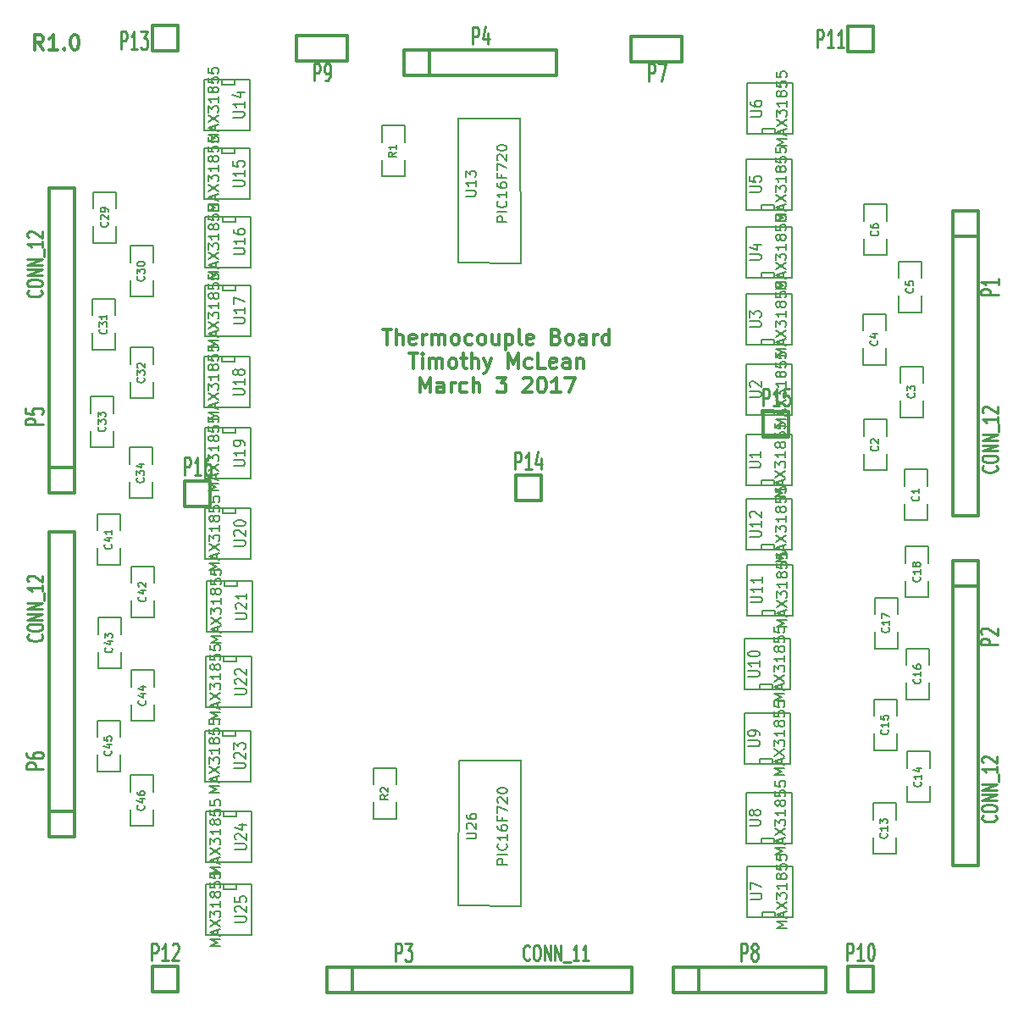
<source format=gto>
G04 (created by PCBNEW (2013-07-07 BZR 4022)-stable) date 06/03/2017 3:46:56 PM*
%MOIN*%
G04 Gerber Fmt 3.4, Leading zero omitted, Abs format*
%FSLAX34Y34*%
G01*
G70*
G90*
G04 APERTURE LIST*
%ADD10C,0.00590551*%
%ADD11C,0.011811*%
%ADD12C,0.005*%
%ADD13C,0.012*%
%ADD14C,0.0125*%
%ADD15C,0.0107*%
%ADD16C,0.01*%
G04 APERTURE END LIST*
G54D10*
G54D11*
X60070Y-33861D02*
X59873Y-33579D01*
X59732Y-33861D02*
X59732Y-33270D01*
X59957Y-33270D01*
X60014Y-33298D01*
X60042Y-33326D01*
X60070Y-33383D01*
X60070Y-33467D01*
X60042Y-33523D01*
X60014Y-33551D01*
X59957Y-33579D01*
X59732Y-33579D01*
X60632Y-33861D02*
X60295Y-33861D01*
X60464Y-33861D02*
X60464Y-33270D01*
X60407Y-33354D01*
X60351Y-33411D01*
X60295Y-33439D01*
X60885Y-33804D02*
X60913Y-33832D01*
X60885Y-33861D01*
X60857Y-33832D01*
X60885Y-33804D01*
X60885Y-33861D01*
X61279Y-33270D02*
X61335Y-33270D01*
X61392Y-33298D01*
X61420Y-33326D01*
X61448Y-33383D01*
X61476Y-33495D01*
X61476Y-33636D01*
X61448Y-33748D01*
X61420Y-33804D01*
X61392Y-33832D01*
X61335Y-33861D01*
X61279Y-33861D01*
X61223Y-33832D01*
X61195Y-33804D01*
X61167Y-33748D01*
X61138Y-33636D01*
X61138Y-33495D01*
X61167Y-33383D01*
X61195Y-33326D01*
X61223Y-33298D01*
X61279Y-33270D01*
X73433Y-44865D02*
X73771Y-44865D01*
X73602Y-45455D02*
X73602Y-44865D01*
X73967Y-45455D02*
X73967Y-44865D01*
X74221Y-45455D02*
X74221Y-45146D01*
X74192Y-45089D01*
X74136Y-45061D01*
X74052Y-45061D01*
X73996Y-45089D01*
X73967Y-45118D01*
X74727Y-45427D02*
X74670Y-45455D01*
X74558Y-45455D01*
X74502Y-45427D01*
X74474Y-45371D01*
X74474Y-45146D01*
X74502Y-45089D01*
X74558Y-45061D01*
X74670Y-45061D01*
X74727Y-45089D01*
X74755Y-45146D01*
X74755Y-45202D01*
X74474Y-45258D01*
X75008Y-45455D02*
X75008Y-45061D01*
X75008Y-45174D02*
X75036Y-45118D01*
X75064Y-45089D01*
X75120Y-45061D01*
X75177Y-45061D01*
X75374Y-45455D02*
X75374Y-45061D01*
X75374Y-45118D02*
X75402Y-45089D01*
X75458Y-45061D01*
X75542Y-45061D01*
X75598Y-45089D01*
X75627Y-45146D01*
X75627Y-45455D01*
X75627Y-45146D02*
X75655Y-45089D01*
X75711Y-45061D01*
X75795Y-45061D01*
X75852Y-45089D01*
X75880Y-45146D01*
X75880Y-45455D01*
X76245Y-45455D02*
X76189Y-45427D01*
X76161Y-45399D01*
X76133Y-45343D01*
X76133Y-45174D01*
X76161Y-45118D01*
X76189Y-45089D01*
X76245Y-45061D01*
X76330Y-45061D01*
X76386Y-45089D01*
X76414Y-45118D01*
X76442Y-45174D01*
X76442Y-45343D01*
X76414Y-45399D01*
X76386Y-45427D01*
X76330Y-45455D01*
X76245Y-45455D01*
X76948Y-45427D02*
X76892Y-45455D01*
X76780Y-45455D01*
X76723Y-45427D01*
X76695Y-45399D01*
X76667Y-45343D01*
X76667Y-45174D01*
X76695Y-45118D01*
X76723Y-45089D01*
X76780Y-45061D01*
X76892Y-45061D01*
X76948Y-45089D01*
X77286Y-45455D02*
X77230Y-45427D01*
X77201Y-45399D01*
X77173Y-45343D01*
X77173Y-45174D01*
X77201Y-45118D01*
X77230Y-45089D01*
X77286Y-45061D01*
X77370Y-45061D01*
X77426Y-45089D01*
X77455Y-45118D01*
X77483Y-45174D01*
X77483Y-45343D01*
X77455Y-45399D01*
X77426Y-45427D01*
X77370Y-45455D01*
X77286Y-45455D01*
X77989Y-45061D02*
X77989Y-45455D01*
X77736Y-45061D02*
X77736Y-45371D01*
X77764Y-45427D01*
X77820Y-45455D01*
X77904Y-45455D01*
X77961Y-45427D01*
X77989Y-45399D01*
X78270Y-45061D02*
X78270Y-45652D01*
X78270Y-45089D02*
X78326Y-45061D01*
X78439Y-45061D01*
X78495Y-45089D01*
X78523Y-45118D01*
X78551Y-45174D01*
X78551Y-45343D01*
X78523Y-45399D01*
X78495Y-45427D01*
X78439Y-45455D01*
X78326Y-45455D01*
X78270Y-45427D01*
X78889Y-45455D02*
X78832Y-45427D01*
X78804Y-45371D01*
X78804Y-44865D01*
X79339Y-45427D02*
X79282Y-45455D01*
X79170Y-45455D01*
X79114Y-45427D01*
X79086Y-45371D01*
X79086Y-45146D01*
X79114Y-45089D01*
X79170Y-45061D01*
X79282Y-45061D01*
X79339Y-45089D01*
X79367Y-45146D01*
X79367Y-45202D01*
X79086Y-45258D01*
X80267Y-45146D02*
X80351Y-45174D01*
X80379Y-45202D01*
X80407Y-45258D01*
X80407Y-45343D01*
X80379Y-45399D01*
X80351Y-45427D01*
X80295Y-45455D01*
X80070Y-45455D01*
X80070Y-44865D01*
X80267Y-44865D01*
X80323Y-44893D01*
X80351Y-44921D01*
X80379Y-44977D01*
X80379Y-45033D01*
X80351Y-45089D01*
X80323Y-45118D01*
X80267Y-45146D01*
X80070Y-45146D01*
X80745Y-45455D02*
X80688Y-45427D01*
X80660Y-45399D01*
X80632Y-45343D01*
X80632Y-45174D01*
X80660Y-45118D01*
X80688Y-45089D01*
X80745Y-45061D01*
X80829Y-45061D01*
X80885Y-45089D01*
X80913Y-45118D01*
X80942Y-45174D01*
X80942Y-45343D01*
X80913Y-45399D01*
X80885Y-45427D01*
X80829Y-45455D01*
X80745Y-45455D01*
X81448Y-45455D02*
X81448Y-45146D01*
X81420Y-45089D01*
X81363Y-45061D01*
X81251Y-45061D01*
X81195Y-45089D01*
X81448Y-45427D02*
X81392Y-45455D01*
X81251Y-45455D01*
X81195Y-45427D01*
X81167Y-45371D01*
X81167Y-45314D01*
X81195Y-45258D01*
X81251Y-45230D01*
X81392Y-45230D01*
X81448Y-45202D01*
X81729Y-45455D02*
X81729Y-45061D01*
X81729Y-45174D02*
X81757Y-45118D01*
X81785Y-45089D01*
X81841Y-45061D01*
X81898Y-45061D01*
X82348Y-45455D02*
X82348Y-44865D01*
X82348Y-45427D02*
X82291Y-45455D01*
X82179Y-45455D01*
X82123Y-45427D01*
X82095Y-45399D01*
X82066Y-45343D01*
X82066Y-45174D01*
X82095Y-45118D01*
X82123Y-45089D01*
X82179Y-45061D01*
X82291Y-45061D01*
X82348Y-45089D01*
X74460Y-45809D02*
X74797Y-45809D01*
X74628Y-46400D02*
X74628Y-45809D01*
X74994Y-46400D02*
X74994Y-46006D01*
X74994Y-45809D02*
X74966Y-45838D01*
X74994Y-45866D01*
X75022Y-45838D01*
X74994Y-45809D01*
X74994Y-45866D01*
X75275Y-46400D02*
X75275Y-46006D01*
X75275Y-46062D02*
X75303Y-46034D01*
X75359Y-46006D01*
X75444Y-46006D01*
X75500Y-46034D01*
X75528Y-46091D01*
X75528Y-46400D01*
X75528Y-46091D02*
X75556Y-46034D01*
X75613Y-46006D01*
X75697Y-46006D01*
X75753Y-46034D01*
X75781Y-46091D01*
X75781Y-46400D01*
X76147Y-46400D02*
X76091Y-46372D01*
X76062Y-46344D01*
X76034Y-46287D01*
X76034Y-46119D01*
X76062Y-46062D01*
X76091Y-46034D01*
X76147Y-46006D01*
X76231Y-46006D01*
X76287Y-46034D01*
X76316Y-46062D01*
X76344Y-46119D01*
X76344Y-46287D01*
X76316Y-46344D01*
X76287Y-46372D01*
X76231Y-46400D01*
X76147Y-46400D01*
X76512Y-46006D02*
X76737Y-46006D01*
X76597Y-45809D02*
X76597Y-46316D01*
X76625Y-46372D01*
X76681Y-46400D01*
X76737Y-46400D01*
X76934Y-46400D02*
X76934Y-45809D01*
X77187Y-46400D02*
X77187Y-46091D01*
X77159Y-46034D01*
X77103Y-46006D01*
X77019Y-46006D01*
X76962Y-46034D01*
X76934Y-46062D01*
X77412Y-46006D02*
X77553Y-46400D01*
X77694Y-46006D02*
X77553Y-46400D01*
X77497Y-46541D01*
X77469Y-46569D01*
X77412Y-46597D01*
X78368Y-46400D02*
X78368Y-45809D01*
X78565Y-46231D01*
X78762Y-45809D01*
X78762Y-46400D01*
X79296Y-46372D02*
X79240Y-46400D01*
X79128Y-46400D01*
X79071Y-46372D01*
X79043Y-46344D01*
X79015Y-46287D01*
X79015Y-46119D01*
X79043Y-46062D01*
X79071Y-46034D01*
X79128Y-46006D01*
X79240Y-46006D01*
X79296Y-46034D01*
X79831Y-46400D02*
X79550Y-46400D01*
X79550Y-45809D01*
X80253Y-46372D02*
X80196Y-46400D01*
X80084Y-46400D01*
X80028Y-46372D01*
X80000Y-46316D01*
X80000Y-46091D01*
X80028Y-46034D01*
X80084Y-46006D01*
X80196Y-46006D01*
X80253Y-46034D01*
X80281Y-46091D01*
X80281Y-46147D01*
X80000Y-46203D01*
X80787Y-46400D02*
X80787Y-46091D01*
X80759Y-46034D01*
X80703Y-46006D01*
X80590Y-46006D01*
X80534Y-46034D01*
X80787Y-46372D02*
X80731Y-46400D01*
X80590Y-46400D01*
X80534Y-46372D01*
X80506Y-46316D01*
X80506Y-46259D01*
X80534Y-46203D01*
X80590Y-46175D01*
X80731Y-46175D01*
X80787Y-46147D01*
X81068Y-46006D02*
X81068Y-46400D01*
X81068Y-46062D02*
X81096Y-46034D01*
X81152Y-46006D01*
X81237Y-46006D01*
X81293Y-46034D01*
X81321Y-46091D01*
X81321Y-46400D01*
X74910Y-47345D02*
X74910Y-46754D01*
X75106Y-47176D01*
X75303Y-46754D01*
X75303Y-47345D01*
X75838Y-47345D02*
X75838Y-47035D01*
X75809Y-46979D01*
X75753Y-46951D01*
X75641Y-46951D01*
X75584Y-46979D01*
X75838Y-47317D02*
X75781Y-47345D01*
X75641Y-47345D01*
X75584Y-47317D01*
X75556Y-47260D01*
X75556Y-47204D01*
X75584Y-47148D01*
X75641Y-47120D01*
X75781Y-47120D01*
X75838Y-47092D01*
X76119Y-47345D02*
X76119Y-46951D01*
X76119Y-47064D02*
X76147Y-47007D01*
X76175Y-46979D01*
X76231Y-46951D01*
X76287Y-46951D01*
X76737Y-47317D02*
X76681Y-47345D01*
X76569Y-47345D01*
X76512Y-47317D01*
X76484Y-47289D01*
X76456Y-47232D01*
X76456Y-47064D01*
X76484Y-47007D01*
X76512Y-46979D01*
X76569Y-46951D01*
X76681Y-46951D01*
X76737Y-46979D01*
X76991Y-47345D02*
X76991Y-46754D01*
X77244Y-47345D02*
X77244Y-47035D01*
X77215Y-46979D01*
X77159Y-46951D01*
X77075Y-46951D01*
X77019Y-46979D01*
X76991Y-47007D01*
X77919Y-46754D02*
X78284Y-46754D01*
X78087Y-46979D01*
X78172Y-46979D01*
X78228Y-47007D01*
X78256Y-47035D01*
X78284Y-47092D01*
X78284Y-47232D01*
X78256Y-47289D01*
X78228Y-47317D01*
X78172Y-47345D01*
X78003Y-47345D01*
X77947Y-47317D01*
X77919Y-47289D01*
X78959Y-46811D02*
X78987Y-46782D01*
X79043Y-46754D01*
X79184Y-46754D01*
X79240Y-46782D01*
X79268Y-46811D01*
X79296Y-46867D01*
X79296Y-46923D01*
X79268Y-47007D01*
X78931Y-47345D01*
X79296Y-47345D01*
X79662Y-46754D02*
X79718Y-46754D01*
X79775Y-46782D01*
X79803Y-46811D01*
X79831Y-46867D01*
X79859Y-46979D01*
X79859Y-47120D01*
X79831Y-47232D01*
X79803Y-47289D01*
X79775Y-47317D01*
X79718Y-47345D01*
X79662Y-47345D01*
X79606Y-47317D01*
X79578Y-47289D01*
X79550Y-47232D01*
X79521Y-47120D01*
X79521Y-46979D01*
X79550Y-46867D01*
X79578Y-46811D01*
X79606Y-46782D01*
X79662Y-46754D01*
X80421Y-47345D02*
X80084Y-47345D01*
X80253Y-47345D02*
X80253Y-46754D01*
X80196Y-46839D01*
X80140Y-46895D01*
X80084Y-46923D01*
X80618Y-46754D02*
X81012Y-46754D01*
X80759Y-47345D01*
G54D12*
X87722Y-51000D02*
X87722Y-49000D01*
X87722Y-49000D02*
X89522Y-49000D01*
X89522Y-49000D02*
X89522Y-51000D01*
X89522Y-51000D02*
X87722Y-51000D01*
X88322Y-51000D02*
X88322Y-50800D01*
X88322Y-50800D02*
X88822Y-50800D01*
X88822Y-50800D02*
X88822Y-51000D01*
X87722Y-65094D02*
X87722Y-63094D01*
X87722Y-63094D02*
X89522Y-63094D01*
X89522Y-63094D02*
X89522Y-65094D01*
X89522Y-65094D02*
X87722Y-65094D01*
X88322Y-65094D02*
X88322Y-64894D01*
X88322Y-64894D02*
X88822Y-64894D01*
X88822Y-64894D02*
X88822Y-65094D01*
X68222Y-40417D02*
X68222Y-42417D01*
X68222Y-42417D02*
X66422Y-42417D01*
X66422Y-42417D02*
X66422Y-40417D01*
X66422Y-40417D02*
X68222Y-40417D01*
X67622Y-40417D02*
X67622Y-40617D01*
X67622Y-40617D02*
X67122Y-40617D01*
X67122Y-40617D02*
X67122Y-40417D01*
X87682Y-61964D02*
X87682Y-59964D01*
X87682Y-59964D02*
X89482Y-59964D01*
X89482Y-59964D02*
X89482Y-61964D01*
X89482Y-61964D02*
X87682Y-61964D01*
X88282Y-61964D02*
X88282Y-61764D01*
X88282Y-61764D02*
X88782Y-61764D01*
X88782Y-61764D02*
X88782Y-61964D01*
X68203Y-37740D02*
X68203Y-39740D01*
X68203Y-39740D02*
X66403Y-39740D01*
X66403Y-39740D02*
X66403Y-37740D01*
X66403Y-37740D02*
X68203Y-37740D01*
X67603Y-37740D02*
X67603Y-37940D01*
X67603Y-37940D02*
X67103Y-37940D01*
X67103Y-37940D02*
X67103Y-37740D01*
X87682Y-59031D02*
X87682Y-57031D01*
X87682Y-57031D02*
X89482Y-57031D01*
X89482Y-57031D02*
X89482Y-59031D01*
X89482Y-59031D02*
X87682Y-59031D01*
X88282Y-59031D02*
X88282Y-58831D01*
X88282Y-58831D02*
X88782Y-58831D01*
X88782Y-58831D02*
X88782Y-59031D01*
X87761Y-67988D02*
X87761Y-65988D01*
X87761Y-65988D02*
X89561Y-65988D01*
X89561Y-65988D02*
X89561Y-67988D01*
X89561Y-67988D02*
X87761Y-67988D01*
X88361Y-67988D02*
X88361Y-67788D01*
X88361Y-67788D02*
X88861Y-67788D01*
X88861Y-67788D02*
X88861Y-67988D01*
X68203Y-35023D02*
X68203Y-37023D01*
X68203Y-37023D02*
X66403Y-37023D01*
X66403Y-37023D02*
X66403Y-35023D01*
X66403Y-35023D02*
X68203Y-35023D01*
X67603Y-35023D02*
X67603Y-35223D01*
X67603Y-35223D02*
X67103Y-35223D01*
X67103Y-35223D02*
X67103Y-35023D01*
X87781Y-56118D02*
X87781Y-54118D01*
X87781Y-54118D02*
X89581Y-54118D01*
X89581Y-54118D02*
X89581Y-56118D01*
X89581Y-56118D02*
X87781Y-56118D01*
X88381Y-56118D02*
X88381Y-55918D01*
X88381Y-55918D02*
X88881Y-55918D01*
X88881Y-55918D02*
X88881Y-56118D01*
X68222Y-43133D02*
X68222Y-45133D01*
X68222Y-45133D02*
X66422Y-45133D01*
X66422Y-45133D02*
X66422Y-43133D01*
X66422Y-43133D02*
X68222Y-43133D01*
X67622Y-43133D02*
X67622Y-43333D01*
X67622Y-43333D02*
X67122Y-43333D01*
X67122Y-43333D02*
X67122Y-43133D01*
X87741Y-53539D02*
X87741Y-51539D01*
X87741Y-51539D02*
X89541Y-51539D01*
X89541Y-51539D02*
X89541Y-53539D01*
X89541Y-53539D02*
X87741Y-53539D01*
X88341Y-53539D02*
X88341Y-53339D01*
X88341Y-53339D02*
X88841Y-53339D01*
X88841Y-53339D02*
X88841Y-53539D01*
X68301Y-54767D02*
X68301Y-56767D01*
X68301Y-56767D02*
X66501Y-56767D01*
X66501Y-56767D02*
X66501Y-54767D01*
X66501Y-54767D02*
X68301Y-54767D01*
X67701Y-54767D02*
X67701Y-54967D01*
X67701Y-54967D02*
X67201Y-54967D01*
X67201Y-54967D02*
X67201Y-54767D01*
X68281Y-66696D02*
X68281Y-68696D01*
X68281Y-68696D02*
X66481Y-68696D01*
X66481Y-68696D02*
X66481Y-66696D01*
X66481Y-66696D02*
X68281Y-66696D01*
X67681Y-66696D02*
X67681Y-66896D01*
X67681Y-66896D02*
X67181Y-66896D01*
X67181Y-66896D02*
X67181Y-66696D01*
X68281Y-63842D02*
X68281Y-65842D01*
X68281Y-65842D02*
X66481Y-65842D01*
X66481Y-65842D02*
X66481Y-63842D01*
X66481Y-63842D02*
X68281Y-63842D01*
X67681Y-63842D02*
X67681Y-64042D01*
X67681Y-64042D02*
X67181Y-64042D01*
X67181Y-64042D02*
X67181Y-63842D01*
X87741Y-48224D02*
X87741Y-46224D01*
X87741Y-46224D02*
X89541Y-46224D01*
X89541Y-46224D02*
X89541Y-48224D01*
X89541Y-48224D02*
X87741Y-48224D01*
X88341Y-48224D02*
X88341Y-48024D01*
X88341Y-48024D02*
X88841Y-48024D01*
X88841Y-48024D02*
X88841Y-48224D01*
X87761Y-37181D02*
X87761Y-35181D01*
X87761Y-35181D02*
X89561Y-35181D01*
X89561Y-35181D02*
X89561Y-37181D01*
X89561Y-37181D02*
X87761Y-37181D01*
X88361Y-37181D02*
X88361Y-36981D01*
X88361Y-36981D02*
X88861Y-36981D01*
X88861Y-36981D02*
X88861Y-37181D01*
X68242Y-51893D02*
X68242Y-53893D01*
X68242Y-53893D02*
X66442Y-53893D01*
X66442Y-53893D02*
X66442Y-51893D01*
X66442Y-51893D02*
X68242Y-51893D01*
X67642Y-51893D02*
X67642Y-52093D01*
X67642Y-52093D02*
X67142Y-52093D01*
X67142Y-52093D02*
X67142Y-51893D01*
X87741Y-40153D02*
X87741Y-38153D01*
X87741Y-38153D02*
X89541Y-38153D01*
X89541Y-38153D02*
X89541Y-40153D01*
X89541Y-40153D02*
X87741Y-40153D01*
X88341Y-40153D02*
X88341Y-39953D01*
X88341Y-39953D02*
X88841Y-39953D01*
X88841Y-39953D02*
X88841Y-40153D01*
X68281Y-57740D02*
X68281Y-59740D01*
X68281Y-59740D02*
X66481Y-59740D01*
X66481Y-59740D02*
X66481Y-57740D01*
X66481Y-57740D02*
X68281Y-57740D01*
X67681Y-57740D02*
X67681Y-57940D01*
X67681Y-57940D02*
X67181Y-57940D01*
X67181Y-57940D02*
X67181Y-57740D01*
X68222Y-48744D02*
X68222Y-50744D01*
X68222Y-50744D02*
X66422Y-50744D01*
X66422Y-50744D02*
X66422Y-48744D01*
X66422Y-48744D02*
X68222Y-48744D01*
X67622Y-48744D02*
X67622Y-48944D01*
X67622Y-48944D02*
X67122Y-48944D01*
X67122Y-48944D02*
X67122Y-48744D01*
X87741Y-42830D02*
X87741Y-40830D01*
X87741Y-40830D02*
X89541Y-40830D01*
X89541Y-40830D02*
X89541Y-42830D01*
X89541Y-42830D02*
X87741Y-42830D01*
X88341Y-42830D02*
X88341Y-42630D01*
X88341Y-42630D02*
X88841Y-42630D01*
X88841Y-42630D02*
X88841Y-42830D01*
X68242Y-60653D02*
X68242Y-62653D01*
X68242Y-62653D02*
X66442Y-62653D01*
X66442Y-62653D02*
X66442Y-60653D01*
X66442Y-60653D02*
X68242Y-60653D01*
X67642Y-60653D02*
X67642Y-60853D01*
X67642Y-60853D02*
X67142Y-60853D01*
X67142Y-60853D02*
X67142Y-60653D01*
X87741Y-45468D02*
X87741Y-43468D01*
X87741Y-43468D02*
X89541Y-43468D01*
X89541Y-43468D02*
X89541Y-45468D01*
X89541Y-45468D02*
X87741Y-45468D01*
X88341Y-45468D02*
X88341Y-45268D01*
X88341Y-45268D02*
X88841Y-45268D01*
X88841Y-45268D02*
X88841Y-45468D01*
X68203Y-45948D02*
X68203Y-47948D01*
X68203Y-47948D02*
X66403Y-47948D01*
X66403Y-47948D02*
X66403Y-45948D01*
X66403Y-45948D02*
X68203Y-45948D01*
X67603Y-45948D02*
X67603Y-46148D01*
X67603Y-46148D02*
X67103Y-46148D01*
X67103Y-46148D02*
X67103Y-45948D01*
X64387Y-45574D02*
X63487Y-45574D01*
X63487Y-45574D02*
X63487Y-46224D01*
X64387Y-46924D02*
X64387Y-47574D01*
X64387Y-47574D02*
X63487Y-47574D01*
X63487Y-47574D02*
X63487Y-46924D01*
X64387Y-46224D02*
X64387Y-45574D01*
X64367Y-49511D02*
X63467Y-49511D01*
X63467Y-49511D02*
X63467Y-50161D01*
X64367Y-50861D02*
X64367Y-51511D01*
X64367Y-51511D02*
X63467Y-51511D01*
X63467Y-51511D02*
X63467Y-50861D01*
X64367Y-50161D02*
X64367Y-49511D01*
X64446Y-54196D02*
X63546Y-54196D01*
X63546Y-54196D02*
X63546Y-54846D01*
X64446Y-55546D02*
X64446Y-56196D01*
X64446Y-56196D02*
X63546Y-56196D01*
X63546Y-56196D02*
X63546Y-55546D01*
X64446Y-54846D02*
X64446Y-54196D01*
X74288Y-36834D02*
X73388Y-36834D01*
X73388Y-36834D02*
X73388Y-37484D01*
X74288Y-38184D02*
X74288Y-38834D01*
X74288Y-38834D02*
X73388Y-38834D01*
X73388Y-38834D02*
X73388Y-38184D01*
X74288Y-37484D02*
X74288Y-36834D01*
X62851Y-47503D02*
X61951Y-47503D01*
X61951Y-47503D02*
X61951Y-48153D01*
X62851Y-48853D02*
X62851Y-49503D01*
X62851Y-49503D02*
X61951Y-49503D01*
X61951Y-49503D02*
X61951Y-48853D01*
X62851Y-48153D02*
X62851Y-47503D01*
X62910Y-43665D02*
X62010Y-43665D01*
X62010Y-43665D02*
X62010Y-44315D01*
X62910Y-45015D02*
X62910Y-45665D01*
X62910Y-45665D02*
X62010Y-45665D01*
X62010Y-45665D02*
X62010Y-45015D01*
X62910Y-44315D02*
X62910Y-43665D01*
X64387Y-41578D02*
X63487Y-41578D01*
X63487Y-41578D02*
X63487Y-42228D01*
X64387Y-42928D02*
X64387Y-43578D01*
X64387Y-43578D02*
X63487Y-43578D01*
X63487Y-43578D02*
X63487Y-42928D01*
X64387Y-42228D02*
X64387Y-41578D01*
X62950Y-39452D02*
X62050Y-39452D01*
X62050Y-39452D02*
X62050Y-40102D01*
X62950Y-40802D02*
X62950Y-41452D01*
X62950Y-41452D02*
X62050Y-41452D01*
X62050Y-41452D02*
X62050Y-40802D01*
X62950Y-40102D02*
X62950Y-39452D01*
X64387Y-62405D02*
X63487Y-62405D01*
X63487Y-62405D02*
X63487Y-63055D01*
X64387Y-63755D02*
X64387Y-64405D01*
X64387Y-64405D02*
X63487Y-64405D01*
X63487Y-64405D02*
X63487Y-63755D01*
X64387Y-63055D02*
X64387Y-62405D01*
X63087Y-60259D02*
X62187Y-60259D01*
X62187Y-60259D02*
X62187Y-60909D01*
X63087Y-61609D02*
X63087Y-62259D01*
X63087Y-62259D02*
X62187Y-62259D01*
X62187Y-62259D02*
X62187Y-61609D01*
X63087Y-60909D02*
X63087Y-60259D01*
X64446Y-58271D02*
X63546Y-58271D01*
X63546Y-58271D02*
X63546Y-58921D01*
X64446Y-59621D02*
X64446Y-60271D01*
X64446Y-60271D02*
X63546Y-60271D01*
X63546Y-60271D02*
X63546Y-59621D01*
X64446Y-58921D02*
X64446Y-58271D01*
X63127Y-56204D02*
X62227Y-56204D01*
X62227Y-56204D02*
X62227Y-56854D01*
X63127Y-57554D02*
X63127Y-58204D01*
X63127Y-58204D02*
X62227Y-58204D01*
X62227Y-58204D02*
X62227Y-57554D01*
X63127Y-56854D02*
X63127Y-56204D01*
X92798Y-57417D02*
X93698Y-57417D01*
X93698Y-57417D02*
X93698Y-56767D01*
X92798Y-56067D02*
X92798Y-55417D01*
X92798Y-55417D02*
X93698Y-55417D01*
X93698Y-55417D02*
X93698Y-56067D01*
X92798Y-56767D02*
X92798Y-57417D01*
X92364Y-41944D02*
X93264Y-41944D01*
X93264Y-41944D02*
X93264Y-41294D01*
X92364Y-40594D02*
X92364Y-39944D01*
X92364Y-39944D02*
X93264Y-39944D01*
X93264Y-39944D02*
X93264Y-40594D01*
X92364Y-41294D02*
X92364Y-41944D01*
X93742Y-44188D02*
X94642Y-44188D01*
X94642Y-44188D02*
X94642Y-43538D01*
X93742Y-42838D02*
X93742Y-42188D01*
X93742Y-42188D02*
X94642Y-42188D01*
X94642Y-42188D02*
X94642Y-42838D01*
X93742Y-43538D02*
X93742Y-44188D01*
X92345Y-46255D02*
X93245Y-46255D01*
X93245Y-46255D02*
X93245Y-45605D01*
X92345Y-44905D02*
X92345Y-44255D01*
X92345Y-44255D02*
X93245Y-44255D01*
X93245Y-44255D02*
X93245Y-44905D01*
X92345Y-45605D02*
X92345Y-46255D01*
X93801Y-48322D02*
X94701Y-48322D01*
X94701Y-48322D02*
X94701Y-47672D01*
X93801Y-46972D02*
X93801Y-46322D01*
X93801Y-46322D02*
X94701Y-46322D01*
X94701Y-46322D02*
X94701Y-46972D01*
X93801Y-47672D02*
X93801Y-48322D01*
X92364Y-50409D02*
X93264Y-50409D01*
X93264Y-50409D02*
X93264Y-49759D01*
X92364Y-49059D02*
X92364Y-48409D01*
X92364Y-48409D02*
X93264Y-48409D01*
X93264Y-48409D02*
X93264Y-49059D01*
X92364Y-49759D02*
X92364Y-50409D01*
X93979Y-52377D02*
X94879Y-52377D01*
X94879Y-52377D02*
X94879Y-51727D01*
X93979Y-51027D02*
X93979Y-50377D01*
X93979Y-50377D02*
X94879Y-50377D01*
X94879Y-50377D02*
X94879Y-51027D01*
X93979Y-51727D02*
X93979Y-52377D01*
X94018Y-55409D02*
X94918Y-55409D01*
X94918Y-55409D02*
X94918Y-54759D01*
X94018Y-54059D02*
X94018Y-53409D01*
X94018Y-53409D02*
X94918Y-53409D01*
X94918Y-53409D02*
X94918Y-54059D01*
X94018Y-54759D02*
X94018Y-55409D01*
X94038Y-59425D02*
X94938Y-59425D01*
X94938Y-59425D02*
X94938Y-58775D01*
X94038Y-58075D02*
X94038Y-57425D01*
X94038Y-57425D02*
X94938Y-57425D01*
X94938Y-57425D02*
X94938Y-58075D01*
X94038Y-58775D02*
X94038Y-59425D01*
X92758Y-61433D02*
X93658Y-61433D01*
X93658Y-61433D02*
X93658Y-60783D01*
X92758Y-60083D02*
X92758Y-59433D01*
X92758Y-59433D02*
X93658Y-59433D01*
X93658Y-59433D02*
X93658Y-60083D01*
X92758Y-60783D02*
X92758Y-61433D01*
X94057Y-63480D02*
X94957Y-63480D01*
X94957Y-63480D02*
X94957Y-62830D01*
X94057Y-62130D02*
X94057Y-61480D01*
X94057Y-61480D02*
X94957Y-61480D01*
X94957Y-61480D02*
X94957Y-62130D01*
X94057Y-62830D02*
X94057Y-63480D01*
X92719Y-65507D02*
X93619Y-65507D01*
X93619Y-65507D02*
X93619Y-64857D01*
X92719Y-64157D02*
X92719Y-63507D01*
X92719Y-63507D02*
X93619Y-63507D01*
X93619Y-63507D02*
X93619Y-64157D01*
X92719Y-64857D02*
X92719Y-65507D01*
X73973Y-62129D02*
X73073Y-62129D01*
X73073Y-62129D02*
X73073Y-62779D01*
X73973Y-63479D02*
X73973Y-64129D01*
X73973Y-64129D02*
X73073Y-64129D01*
X73073Y-64129D02*
X73073Y-63479D01*
X73973Y-62779D02*
X73973Y-62129D01*
X63107Y-52129D02*
X62207Y-52129D01*
X62207Y-52129D02*
X62207Y-52779D01*
X63107Y-53479D02*
X63107Y-54129D01*
X63107Y-54129D02*
X62207Y-54129D01*
X62207Y-54129D02*
X62207Y-53479D01*
X63107Y-52779D02*
X63107Y-52129D01*
G54D13*
X84854Y-70952D02*
X84854Y-69952D01*
X84854Y-69952D02*
X90854Y-69952D01*
X90854Y-69952D02*
X90854Y-70952D01*
X90854Y-70952D02*
X84854Y-70952D01*
X85854Y-70952D02*
X85854Y-69952D01*
X74283Y-34870D02*
X74283Y-33870D01*
X74283Y-33870D02*
X80283Y-33870D01*
X80283Y-33870D02*
X80283Y-34870D01*
X80283Y-34870D02*
X74283Y-34870D01*
X75283Y-34870D02*
X75283Y-33870D01*
X95877Y-40200D02*
X95877Y-40200D01*
X95877Y-40200D02*
X96877Y-40200D01*
X96877Y-40200D02*
X96877Y-50200D01*
X95877Y-50200D02*
X95877Y-40200D01*
X95877Y-41200D02*
X96877Y-41200D01*
X96877Y-50200D02*
X96877Y-51950D01*
X96877Y-51950D02*
X96877Y-52200D01*
X96877Y-52200D02*
X95877Y-52200D01*
X95877Y-52200D02*
X95877Y-50200D01*
X61307Y-64838D02*
X61307Y-64838D01*
X61307Y-64838D02*
X60307Y-64838D01*
X60307Y-64838D02*
X60307Y-54838D01*
X61307Y-54838D02*
X61307Y-64838D01*
X61307Y-63838D02*
X60307Y-63838D01*
X60307Y-54838D02*
X60307Y-53088D01*
X60307Y-53088D02*
X60307Y-52838D01*
X60307Y-52838D02*
X61307Y-52838D01*
X61307Y-52838D02*
X61307Y-54838D01*
X61287Y-51295D02*
X61287Y-51295D01*
X61287Y-51295D02*
X60287Y-51295D01*
X60287Y-51295D02*
X60287Y-41295D01*
X61287Y-41295D02*
X61287Y-51295D01*
X61287Y-50295D02*
X60287Y-50295D01*
X60287Y-41295D02*
X60287Y-39545D01*
X60287Y-39545D02*
X60287Y-39295D01*
X60287Y-39295D02*
X61287Y-39295D01*
X61287Y-39295D02*
X61287Y-41295D01*
X71244Y-70952D02*
X71244Y-70952D01*
X71244Y-70952D02*
X71244Y-69952D01*
X71244Y-69952D02*
X81244Y-69952D01*
X81244Y-70952D02*
X71244Y-70952D01*
X72244Y-70952D02*
X72244Y-69952D01*
X81244Y-69952D02*
X82994Y-69952D01*
X82994Y-69952D02*
X83244Y-69952D01*
X83244Y-69952D02*
X83244Y-70952D01*
X83244Y-70952D02*
X81244Y-70952D01*
X95858Y-53960D02*
X95858Y-53960D01*
X95858Y-53960D02*
X96858Y-53960D01*
X96858Y-53960D02*
X96858Y-63960D01*
X95858Y-63960D02*
X95858Y-53960D01*
X95858Y-54960D02*
X96858Y-54960D01*
X96858Y-63960D02*
X96858Y-65710D01*
X96858Y-65710D02*
X96858Y-65960D01*
X96858Y-65960D02*
X95858Y-65960D01*
X95858Y-65960D02*
X95858Y-63960D01*
G54D10*
X76437Y-61838D02*
X76417Y-67543D01*
X76417Y-67543D02*
X78877Y-67559D01*
X78877Y-67559D02*
X78862Y-61830D01*
X78862Y-61830D02*
X78862Y-61814D01*
X76425Y-61846D02*
X78866Y-61846D01*
X76417Y-36543D02*
X76397Y-42248D01*
X76397Y-42248D02*
X78858Y-42263D01*
X78858Y-42263D02*
X78842Y-36535D01*
X78842Y-36535D02*
X78842Y-36519D01*
X76405Y-36551D02*
X78846Y-36551D01*
G54D13*
X85212Y-33318D02*
X85212Y-34318D01*
X85212Y-34318D02*
X83212Y-34318D01*
X83212Y-34318D02*
X83212Y-33318D01*
X83212Y-33318D02*
X85212Y-33318D01*
X72043Y-33299D02*
X72043Y-34299D01*
X72043Y-34299D02*
X70043Y-34299D01*
X70043Y-34299D02*
X70043Y-33299D01*
X70043Y-33299D02*
X72043Y-33299D01*
G54D14*
X64362Y-70933D02*
X65362Y-70933D01*
X64362Y-69933D02*
X65362Y-69933D01*
G54D13*
X64362Y-70933D02*
X64362Y-69933D01*
X65362Y-69933D02*
X65362Y-70933D01*
G54D14*
X91724Y-70933D02*
X92724Y-70933D01*
X91724Y-69933D02*
X92724Y-69933D01*
G54D13*
X91724Y-70933D02*
X91724Y-69933D01*
X92724Y-69933D02*
X92724Y-70933D01*
G54D14*
X64362Y-33905D02*
X65362Y-33905D01*
X64362Y-32905D02*
X65362Y-32905D01*
G54D13*
X64362Y-33905D02*
X64362Y-32905D01*
X65362Y-32905D02*
X65362Y-33905D01*
G54D14*
X91724Y-33925D02*
X92724Y-33925D01*
X91724Y-32925D02*
X92724Y-32925D01*
G54D13*
X91724Y-33925D02*
X91724Y-32925D01*
X92724Y-32925D02*
X92724Y-33925D01*
G54D14*
X78653Y-51602D02*
X79653Y-51602D01*
X78653Y-50602D02*
X79653Y-50602D01*
G54D13*
X78653Y-51602D02*
X78653Y-50602D01*
X79653Y-50602D02*
X79653Y-51602D01*
G54D14*
X65641Y-51818D02*
X66641Y-51818D01*
X65641Y-50818D02*
X66641Y-50818D01*
G54D13*
X65641Y-51818D02*
X65641Y-50818D01*
X66641Y-50818D02*
X66641Y-51818D01*
G54D14*
X88417Y-49102D02*
X89417Y-49102D01*
X88417Y-48102D02*
X89417Y-48102D01*
G54D13*
X88417Y-49102D02*
X88417Y-48102D01*
X89417Y-48102D02*
X89417Y-49102D01*
G54D12*
X87854Y-50304D02*
X88218Y-50304D01*
X88261Y-50285D01*
X88282Y-50266D01*
X88304Y-50228D01*
X88304Y-50152D01*
X88282Y-50114D01*
X88261Y-50095D01*
X88218Y-50076D01*
X87854Y-50076D01*
X88304Y-49676D02*
X88304Y-49904D01*
X88304Y-49790D02*
X87854Y-49790D01*
X87918Y-49828D01*
X87961Y-49866D01*
X87982Y-49904D01*
X89283Y-51447D02*
X88883Y-51447D01*
X89169Y-51314D01*
X88883Y-51180D01*
X89283Y-51180D01*
X89169Y-51009D02*
X89169Y-50819D01*
X89283Y-51047D02*
X88883Y-50914D01*
X89283Y-50780D01*
X88883Y-50685D02*
X89283Y-50419D01*
X88883Y-50419D02*
X89283Y-50685D01*
X88883Y-50304D02*
X88883Y-50057D01*
X89036Y-50190D01*
X89036Y-50133D01*
X89055Y-50095D01*
X89074Y-50076D01*
X89112Y-50057D01*
X89207Y-50057D01*
X89245Y-50076D01*
X89264Y-50095D01*
X89283Y-50133D01*
X89283Y-50247D01*
X89264Y-50285D01*
X89245Y-50304D01*
X89283Y-49676D02*
X89283Y-49904D01*
X89283Y-49790D02*
X88883Y-49790D01*
X88941Y-49828D01*
X88979Y-49866D01*
X88998Y-49904D01*
X89055Y-49447D02*
X89036Y-49485D01*
X89017Y-49504D01*
X88979Y-49523D01*
X88960Y-49523D01*
X88922Y-49504D01*
X88902Y-49485D01*
X88883Y-49447D01*
X88883Y-49371D01*
X88902Y-49333D01*
X88922Y-49314D01*
X88960Y-49295D01*
X88979Y-49295D01*
X89017Y-49314D01*
X89036Y-49333D01*
X89055Y-49371D01*
X89055Y-49447D01*
X89074Y-49485D01*
X89093Y-49504D01*
X89131Y-49523D01*
X89207Y-49523D01*
X89245Y-49504D01*
X89264Y-49485D01*
X89283Y-49447D01*
X89283Y-49371D01*
X89264Y-49333D01*
X89245Y-49314D01*
X89207Y-49295D01*
X89131Y-49295D01*
X89093Y-49314D01*
X89074Y-49333D01*
X89055Y-49371D01*
X88883Y-48933D02*
X88883Y-49123D01*
X89074Y-49142D01*
X89055Y-49123D01*
X89036Y-49085D01*
X89036Y-48990D01*
X89055Y-48952D01*
X89074Y-48933D01*
X89112Y-48914D01*
X89207Y-48914D01*
X89245Y-48933D01*
X89264Y-48952D01*
X89283Y-48990D01*
X89283Y-49085D01*
X89264Y-49123D01*
X89245Y-49142D01*
X88883Y-48552D02*
X88883Y-48742D01*
X89074Y-48761D01*
X89055Y-48742D01*
X89036Y-48704D01*
X89036Y-48609D01*
X89055Y-48571D01*
X89074Y-48552D01*
X89112Y-48533D01*
X89207Y-48533D01*
X89245Y-48552D01*
X89264Y-48571D01*
X89283Y-48609D01*
X89283Y-48704D01*
X89264Y-48742D01*
X89245Y-48761D01*
X87854Y-64399D02*
X88218Y-64399D01*
X88261Y-64380D01*
X88282Y-64361D01*
X88304Y-64323D01*
X88304Y-64246D01*
X88282Y-64208D01*
X88261Y-64189D01*
X88218Y-64170D01*
X87854Y-64170D01*
X88047Y-63923D02*
X88025Y-63961D01*
X88004Y-63980D01*
X87961Y-63999D01*
X87939Y-63999D01*
X87897Y-63980D01*
X87875Y-63961D01*
X87854Y-63923D01*
X87854Y-63846D01*
X87875Y-63808D01*
X87897Y-63789D01*
X87939Y-63770D01*
X87961Y-63770D01*
X88004Y-63789D01*
X88025Y-63808D01*
X88047Y-63846D01*
X88047Y-63923D01*
X88068Y-63961D01*
X88089Y-63980D01*
X88132Y-63999D01*
X88218Y-63999D01*
X88261Y-63980D01*
X88282Y-63961D01*
X88304Y-63923D01*
X88304Y-63846D01*
X88282Y-63808D01*
X88261Y-63789D01*
X88218Y-63770D01*
X88132Y-63770D01*
X88089Y-63789D01*
X88068Y-63808D01*
X88047Y-63846D01*
X89283Y-65542D02*
X88883Y-65542D01*
X89169Y-65408D01*
X88883Y-65275D01*
X89283Y-65275D01*
X89169Y-65104D02*
X89169Y-64913D01*
X89283Y-65142D02*
X88883Y-65008D01*
X89283Y-64875D01*
X88883Y-64780D02*
X89283Y-64513D01*
X88883Y-64513D02*
X89283Y-64780D01*
X88883Y-64399D02*
X88883Y-64151D01*
X89036Y-64284D01*
X89036Y-64227D01*
X89055Y-64189D01*
X89074Y-64170D01*
X89112Y-64151D01*
X89207Y-64151D01*
X89245Y-64170D01*
X89264Y-64189D01*
X89283Y-64227D01*
X89283Y-64342D01*
X89264Y-64380D01*
X89245Y-64399D01*
X89283Y-63770D02*
X89283Y-63999D01*
X89283Y-63884D02*
X88883Y-63884D01*
X88941Y-63923D01*
X88979Y-63961D01*
X88998Y-63999D01*
X89055Y-63542D02*
X89036Y-63580D01*
X89017Y-63599D01*
X88979Y-63618D01*
X88960Y-63618D01*
X88922Y-63599D01*
X88902Y-63580D01*
X88883Y-63542D01*
X88883Y-63465D01*
X88902Y-63427D01*
X88922Y-63408D01*
X88960Y-63389D01*
X88979Y-63389D01*
X89017Y-63408D01*
X89036Y-63427D01*
X89055Y-63465D01*
X89055Y-63542D01*
X89074Y-63580D01*
X89093Y-63599D01*
X89131Y-63618D01*
X89207Y-63618D01*
X89245Y-63599D01*
X89264Y-63580D01*
X89283Y-63542D01*
X89283Y-63465D01*
X89264Y-63427D01*
X89245Y-63408D01*
X89207Y-63389D01*
X89131Y-63389D01*
X89093Y-63408D01*
X89074Y-63427D01*
X89055Y-63465D01*
X88883Y-63027D02*
X88883Y-63218D01*
X89074Y-63237D01*
X89055Y-63218D01*
X89036Y-63180D01*
X89036Y-63084D01*
X89055Y-63046D01*
X89074Y-63027D01*
X89112Y-63008D01*
X89207Y-63008D01*
X89245Y-63027D01*
X89264Y-63046D01*
X89283Y-63084D01*
X89283Y-63180D01*
X89264Y-63218D01*
X89245Y-63237D01*
X88883Y-62646D02*
X88883Y-62837D01*
X89074Y-62856D01*
X89055Y-62837D01*
X89036Y-62799D01*
X89036Y-62704D01*
X89055Y-62665D01*
X89074Y-62646D01*
X89112Y-62627D01*
X89207Y-62627D01*
X89245Y-62646D01*
X89264Y-62665D01*
X89283Y-62704D01*
X89283Y-62799D01*
X89264Y-62837D01*
X89245Y-62856D01*
X67554Y-41912D02*
X67919Y-41912D01*
X67962Y-41893D01*
X67983Y-41874D01*
X68004Y-41836D01*
X68004Y-41760D01*
X67983Y-41722D01*
X67962Y-41703D01*
X67919Y-41683D01*
X67554Y-41683D01*
X68004Y-41283D02*
X68004Y-41512D01*
X68004Y-41398D02*
X67554Y-41398D01*
X67619Y-41436D01*
X67662Y-41474D01*
X67683Y-41512D01*
X67554Y-40941D02*
X67554Y-41017D01*
X67576Y-41055D01*
X67597Y-41074D01*
X67662Y-41112D01*
X67747Y-41131D01*
X67919Y-41131D01*
X67962Y-41112D01*
X67983Y-41093D01*
X68004Y-41055D01*
X68004Y-40979D01*
X67983Y-40941D01*
X67962Y-40922D01*
X67919Y-40903D01*
X67812Y-40903D01*
X67769Y-40922D01*
X67747Y-40941D01*
X67726Y-40979D01*
X67726Y-41055D01*
X67747Y-41093D01*
X67769Y-41112D01*
X67812Y-41131D01*
X66984Y-42864D02*
X66584Y-42864D01*
X66870Y-42731D01*
X66584Y-42598D01*
X66984Y-42598D01*
X66870Y-42426D02*
X66870Y-42236D01*
X66984Y-42464D02*
X66584Y-42331D01*
X66984Y-42198D01*
X66584Y-42103D02*
X66984Y-41836D01*
X66584Y-41836D02*
X66984Y-42103D01*
X66584Y-41722D02*
X66584Y-41474D01*
X66737Y-41607D01*
X66737Y-41550D01*
X66756Y-41512D01*
X66775Y-41493D01*
X66813Y-41474D01*
X66908Y-41474D01*
X66946Y-41493D01*
X66965Y-41512D01*
X66984Y-41550D01*
X66984Y-41664D01*
X66965Y-41703D01*
X66946Y-41722D01*
X66984Y-41093D02*
X66984Y-41322D01*
X66984Y-41207D02*
X66584Y-41207D01*
X66641Y-41245D01*
X66679Y-41283D01*
X66699Y-41322D01*
X66756Y-40864D02*
X66737Y-40903D01*
X66718Y-40922D01*
X66679Y-40941D01*
X66660Y-40941D01*
X66622Y-40922D01*
X66603Y-40903D01*
X66584Y-40864D01*
X66584Y-40788D01*
X66603Y-40750D01*
X66622Y-40731D01*
X66660Y-40712D01*
X66679Y-40712D01*
X66718Y-40731D01*
X66737Y-40750D01*
X66756Y-40788D01*
X66756Y-40864D01*
X66775Y-40903D01*
X66794Y-40922D01*
X66832Y-40941D01*
X66908Y-40941D01*
X66946Y-40922D01*
X66965Y-40903D01*
X66984Y-40864D01*
X66984Y-40788D01*
X66965Y-40750D01*
X66946Y-40731D01*
X66908Y-40712D01*
X66832Y-40712D01*
X66794Y-40731D01*
X66775Y-40750D01*
X66756Y-40788D01*
X66584Y-40350D02*
X66584Y-40541D01*
X66775Y-40560D01*
X66756Y-40541D01*
X66737Y-40503D01*
X66737Y-40407D01*
X66756Y-40369D01*
X66775Y-40350D01*
X66813Y-40331D01*
X66908Y-40331D01*
X66946Y-40350D01*
X66965Y-40369D01*
X66984Y-40407D01*
X66984Y-40503D01*
X66965Y-40541D01*
X66946Y-40560D01*
X66584Y-39969D02*
X66584Y-40160D01*
X66775Y-40179D01*
X66756Y-40160D01*
X66737Y-40122D01*
X66737Y-40026D01*
X66756Y-39988D01*
X66775Y-39969D01*
X66813Y-39950D01*
X66908Y-39950D01*
X66946Y-39969D01*
X66965Y-39988D01*
X66984Y-40026D01*
X66984Y-40122D01*
X66965Y-40160D01*
X66946Y-40179D01*
X87814Y-61269D02*
X88179Y-61269D01*
X88221Y-61250D01*
X88243Y-61231D01*
X88264Y-61193D01*
X88264Y-61116D01*
X88243Y-61078D01*
X88221Y-61059D01*
X88179Y-61040D01*
X87814Y-61040D01*
X88264Y-60831D02*
X88264Y-60755D01*
X88243Y-60716D01*
X88221Y-60697D01*
X88157Y-60659D01*
X88071Y-60640D01*
X87900Y-60640D01*
X87857Y-60659D01*
X87836Y-60678D01*
X87814Y-60716D01*
X87814Y-60793D01*
X87836Y-60831D01*
X87857Y-60850D01*
X87900Y-60869D01*
X88007Y-60869D01*
X88050Y-60850D01*
X88071Y-60831D01*
X88093Y-60793D01*
X88093Y-60716D01*
X88071Y-60678D01*
X88050Y-60659D01*
X88007Y-60640D01*
X89244Y-62412D02*
X88844Y-62412D01*
X89130Y-62278D01*
X88844Y-62145D01*
X89244Y-62145D01*
X89130Y-61974D02*
X89130Y-61783D01*
X89244Y-62012D02*
X88844Y-61878D01*
X89244Y-61745D01*
X88844Y-61650D02*
X89244Y-61383D01*
X88844Y-61383D02*
X89244Y-61650D01*
X88844Y-61269D02*
X88844Y-61021D01*
X88996Y-61155D01*
X88996Y-61097D01*
X89016Y-61059D01*
X89035Y-61040D01*
X89073Y-61021D01*
X89168Y-61021D01*
X89206Y-61040D01*
X89225Y-61059D01*
X89244Y-61097D01*
X89244Y-61212D01*
X89225Y-61250D01*
X89206Y-61269D01*
X89244Y-60640D02*
X89244Y-60869D01*
X89244Y-60755D02*
X88844Y-60755D01*
X88901Y-60793D01*
X88939Y-60831D01*
X88958Y-60869D01*
X89016Y-60412D02*
X88996Y-60450D01*
X88977Y-60469D01*
X88939Y-60488D01*
X88920Y-60488D01*
X88882Y-60469D01*
X88863Y-60450D01*
X88844Y-60412D01*
X88844Y-60335D01*
X88863Y-60297D01*
X88882Y-60278D01*
X88920Y-60259D01*
X88939Y-60259D01*
X88977Y-60278D01*
X88996Y-60297D01*
X89016Y-60335D01*
X89016Y-60412D01*
X89035Y-60450D01*
X89054Y-60469D01*
X89092Y-60488D01*
X89168Y-60488D01*
X89206Y-60469D01*
X89225Y-60450D01*
X89244Y-60412D01*
X89244Y-60335D01*
X89225Y-60297D01*
X89206Y-60278D01*
X89168Y-60259D01*
X89092Y-60259D01*
X89054Y-60278D01*
X89035Y-60297D01*
X89016Y-60335D01*
X88844Y-59897D02*
X88844Y-60088D01*
X89035Y-60107D01*
X89016Y-60088D01*
X88996Y-60050D01*
X88996Y-59955D01*
X89016Y-59916D01*
X89035Y-59897D01*
X89073Y-59878D01*
X89168Y-59878D01*
X89206Y-59897D01*
X89225Y-59916D01*
X89244Y-59955D01*
X89244Y-60050D01*
X89225Y-60088D01*
X89206Y-60107D01*
X88844Y-59516D02*
X88844Y-59707D01*
X89035Y-59726D01*
X89016Y-59707D01*
X88996Y-59669D01*
X88996Y-59574D01*
X89016Y-59535D01*
X89035Y-59516D01*
X89073Y-59497D01*
X89168Y-59497D01*
X89206Y-59516D01*
X89225Y-59535D01*
X89244Y-59574D01*
X89244Y-59669D01*
X89225Y-59707D01*
X89206Y-59726D01*
X67535Y-39235D02*
X67899Y-39235D01*
X67942Y-39216D01*
X67963Y-39197D01*
X67985Y-39159D01*
X67985Y-39083D01*
X67963Y-39044D01*
X67942Y-39025D01*
X67899Y-39006D01*
X67535Y-39006D01*
X67985Y-38606D02*
X67985Y-38835D01*
X67985Y-38721D02*
X67535Y-38721D01*
X67599Y-38759D01*
X67642Y-38797D01*
X67663Y-38835D01*
X67535Y-38244D02*
X67535Y-38435D01*
X67749Y-38454D01*
X67728Y-38435D01*
X67706Y-38397D01*
X67706Y-38302D01*
X67728Y-38263D01*
X67749Y-38244D01*
X67792Y-38225D01*
X67899Y-38225D01*
X67942Y-38244D01*
X67963Y-38263D01*
X67985Y-38302D01*
X67985Y-38397D01*
X67963Y-38435D01*
X67942Y-38454D01*
X66965Y-40187D02*
X66565Y-40187D01*
X66850Y-40054D01*
X66565Y-39921D01*
X66965Y-39921D01*
X66850Y-39749D02*
X66850Y-39559D01*
X66965Y-39787D02*
X66565Y-39654D01*
X66965Y-39521D01*
X66565Y-39425D02*
X66965Y-39159D01*
X66565Y-39159D02*
X66965Y-39425D01*
X66565Y-39044D02*
X66565Y-38797D01*
X66717Y-38930D01*
X66717Y-38873D01*
X66736Y-38835D01*
X66755Y-38816D01*
X66793Y-38797D01*
X66888Y-38797D01*
X66926Y-38816D01*
X66946Y-38835D01*
X66965Y-38873D01*
X66965Y-38987D01*
X66946Y-39025D01*
X66926Y-39044D01*
X66965Y-38416D02*
X66965Y-38644D01*
X66965Y-38530D02*
X66565Y-38530D01*
X66622Y-38568D01*
X66660Y-38606D01*
X66679Y-38644D01*
X66736Y-38187D02*
X66717Y-38225D01*
X66698Y-38244D01*
X66660Y-38263D01*
X66641Y-38263D01*
X66603Y-38244D01*
X66584Y-38225D01*
X66565Y-38187D01*
X66565Y-38111D01*
X66584Y-38073D01*
X66603Y-38054D01*
X66641Y-38035D01*
X66660Y-38035D01*
X66698Y-38054D01*
X66717Y-38073D01*
X66736Y-38111D01*
X66736Y-38187D01*
X66755Y-38225D01*
X66774Y-38244D01*
X66812Y-38263D01*
X66888Y-38263D01*
X66926Y-38244D01*
X66946Y-38225D01*
X66965Y-38187D01*
X66965Y-38111D01*
X66946Y-38073D01*
X66926Y-38054D01*
X66888Y-38035D01*
X66812Y-38035D01*
X66774Y-38054D01*
X66755Y-38073D01*
X66736Y-38111D01*
X66565Y-37673D02*
X66565Y-37863D01*
X66755Y-37883D01*
X66736Y-37863D01*
X66717Y-37825D01*
X66717Y-37730D01*
X66736Y-37692D01*
X66755Y-37673D01*
X66793Y-37654D01*
X66888Y-37654D01*
X66926Y-37673D01*
X66946Y-37692D01*
X66965Y-37730D01*
X66965Y-37825D01*
X66946Y-37863D01*
X66926Y-37883D01*
X66565Y-37292D02*
X66565Y-37483D01*
X66755Y-37502D01*
X66736Y-37483D01*
X66717Y-37444D01*
X66717Y-37349D01*
X66736Y-37311D01*
X66755Y-37292D01*
X66793Y-37273D01*
X66888Y-37273D01*
X66926Y-37292D01*
X66946Y-37311D01*
X66965Y-37349D01*
X66965Y-37444D01*
X66946Y-37483D01*
X66926Y-37502D01*
X87814Y-58526D02*
X88179Y-58526D01*
X88221Y-58507D01*
X88243Y-58488D01*
X88264Y-58450D01*
X88264Y-58374D01*
X88243Y-58336D01*
X88221Y-58317D01*
X88179Y-58298D01*
X87814Y-58298D01*
X88264Y-57898D02*
X88264Y-58126D01*
X88264Y-58012D02*
X87814Y-58012D01*
X87879Y-58050D01*
X87921Y-58088D01*
X87943Y-58126D01*
X87814Y-57650D02*
X87814Y-57612D01*
X87836Y-57574D01*
X87857Y-57555D01*
X87900Y-57536D01*
X87986Y-57517D01*
X88093Y-57517D01*
X88179Y-57536D01*
X88221Y-57555D01*
X88243Y-57574D01*
X88264Y-57612D01*
X88264Y-57650D01*
X88243Y-57688D01*
X88221Y-57707D01*
X88179Y-57726D01*
X88093Y-57745D01*
X87986Y-57745D01*
X87900Y-57726D01*
X87857Y-57707D01*
X87836Y-57688D01*
X87814Y-57650D01*
X89244Y-59479D02*
X88844Y-59479D01*
X89130Y-59345D01*
X88844Y-59212D01*
X89244Y-59212D01*
X89130Y-59041D02*
X89130Y-58850D01*
X89244Y-59079D02*
X88844Y-58945D01*
X89244Y-58812D01*
X88844Y-58717D02*
X89244Y-58450D01*
X88844Y-58450D02*
X89244Y-58717D01*
X88844Y-58336D02*
X88844Y-58088D01*
X88996Y-58221D01*
X88996Y-58164D01*
X89016Y-58126D01*
X89035Y-58107D01*
X89073Y-58088D01*
X89168Y-58088D01*
X89206Y-58107D01*
X89225Y-58126D01*
X89244Y-58164D01*
X89244Y-58279D01*
X89225Y-58317D01*
X89206Y-58336D01*
X89244Y-57707D02*
X89244Y-57936D01*
X89244Y-57821D02*
X88844Y-57821D01*
X88901Y-57860D01*
X88939Y-57898D01*
X88958Y-57936D01*
X89016Y-57479D02*
X88996Y-57517D01*
X88977Y-57536D01*
X88939Y-57555D01*
X88920Y-57555D01*
X88882Y-57536D01*
X88863Y-57517D01*
X88844Y-57479D01*
X88844Y-57402D01*
X88863Y-57364D01*
X88882Y-57345D01*
X88920Y-57326D01*
X88939Y-57326D01*
X88977Y-57345D01*
X88996Y-57364D01*
X89016Y-57402D01*
X89016Y-57479D01*
X89035Y-57517D01*
X89054Y-57536D01*
X89092Y-57555D01*
X89168Y-57555D01*
X89206Y-57536D01*
X89225Y-57517D01*
X89244Y-57479D01*
X89244Y-57402D01*
X89225Y-57364D01*
X89206Y-57345D01*
X89168Y-57326D01*
X89092Y-57326D01*
X89054Y-57345D01*
X89035Y-57364D01*
X89016Y-57402D01*
X88844Y-56964D02*
X88844Y-57155D01*
X89035Y-57174D01*
X89016Y-57155D01*
X88996Y-57117D01*
X88996Y-57021D01*
X89016Y-56983D01*
X89035Y-56964D01*
X89073Y-56945D01*
X89168Y-56945D01*
X89206Y-56964D01*
X89225Y-56983D01*
X89244Y-57021D01*
X89244Y-57117D01*
X89225Y-57155D01*
X89206Y-57174D01*
X88844Y-56583D02*
X88844Y-56774D01*
X89035Y-56793D01*
X89016Y-56774D01*
X88996Y-56736D01*
X88996Y-56641D01*
X89016Y-56602D01*
X89035Y-56583D01*
X89073Y-56564D01*
X89168Y-56564D01*
X89206Y-56583D01*
X89225Y-56602D01*
X89244Y-56641D01*
X89244Y-56736D01*
X89225Y-56774D01*
X89206Y-56793D01*
X87893Y-67292D02*
X88257Y-67292D01*
X88300Y-67273D01*
X88322Y-67254D01*
X88343Y-67216D01*
X88343Y-67140D01*
X88322Y-67102D01*
X88300Y-67083D01*
X88257Y-67064D01*
X87893Y-67064D01*
X87893Y-66911D02*
X87893Y-66645D01*
X88343Y-66816D01*
X89323Y-68435D02*
X88923Y-68435D01*
X89209Y-68302D01*
X88923Y-68169D01*
X89323Y-68169D01*
X89209Y-67997D02*
X89209Y-67807D01*
X89323Y-68035D02*
X88923Y-67902D01*
X89323Y-67769D01*
X88923Y-67673D02*
X89323Y-67407D01*
X88923Y-67407D02*
X89323Y-67673D01*
X88923Y-67292D02*
X88923Y-67045D01*
X89075Y-67178D01*
X89075Y-67121D01*
X89094Y-67083D01*
X89113Y-67064D01*
X89151Y-67045D01*
X89247Y-67045D01*
X89285Y-67064D01*
X89304Y-67083D01*
X89323Y-67121D01*
X89323Y-67235D01*
X89304Y-67273D01*
X89285Y-67292D01*
X89323Y-66664D02*
X89323Y-66892D01*
X89323Y-66778D02*
X88923Y-66778D01*
X88980Y-66816D01*
X89018Y-66854D01*
X89037Y-66892D01*
X89094Y-66435D02*
X89075Y-66473D01*
X89056Y-66492D01*
X89018Y-66511D01*
X88999Y-66511D01*
X88961Y-66492D01*
X88942Y-66473D01*
X88923Y-66435D01*
X88923Y-66359D01*
X88942Y-66321D01*
X88961Y-66302D01*
X88999Y-66283D01*
X89018Y-66283D01*
X89056Y-66302D01*
X89075Y-66321D01*
X89094Y-66359D01*
X89094Y-66435D01*
X89113Y-66473D01*
X89132Y-66492D01*
X89170Y-66511D01*
X89247Y-66511D01*
X89285Y-66492D01*
X89304Y-66473D01*
X89323Y-66435D01*
X89323Y-66359D01*
X89304Y-66321D01*
X89285Y-66302D01*
X89247Y-66283D01*
X89170Y-66283D01*
X89132Y-66302D01*
X89113Y-66321D01*
X89094Y-66359D01*
X88923Y-65921D02*
X88923Y-66111D01*
X89113Y-66131D01*
X89094Y-66111D01*
X89075Y-66073D01*
X89075Y-65978D01*
X89094Y-65940D01*
X89113Y-65921D01*
X89151Y-65902D01*
X89247Y-65902D01*
X89285Y-65921D01*
X89304Y-65940D01*
X89323Y-65978D01*
X89323Y-66073D01*
X89304Y-66111D01*
X89285Y-66131D01*
X88923Y-65540D02*
X88923Y-65731D01*
X89113Y-65750D01*
X89094Y-65731D01*
X89075Y-65692D01*
X89075Y-65597D01*
X89094Y-65559D01*
X89113Y-65540D01*
X89151Y-65521D01*
X89247Y-65521D01*
X89285Y-65540D01*
X89304Y-65559D01*
X89323Y-65597D01*
X89323Y-65692D01*
X89304Y-65731D01*
X89285Y-65750D01*
X67535Y-36518D02*
X67899Y-36518D01*
X67942Y-36499D01*
X67963Y-36480D01*
X67985Y-36442D01*
X67985Y-36366D01*
X67963Y-36328D01*
X67942Y-36309D01*
X67899Y-36290D01*
X67535Y-36290D01*
X67985Y-35890D02*
X67985Y-36118D01*
X67985Y-36004D02*
X67535Y-36004D01*
X67599Y-36042D01*
X67642Y-36080D01*
X67663Y-36118D01*
X67685Y-35547D02*
X67985Y-35547D01*
X67513Y-35642D02*
X67835Y-35737D01*
X67835Y-35490D01*
X66965Y-37471D02*
X66565Y-37471D01*
X66850Y-37337D01*
X66565Y-37204D01*
X66965Y-37204D01*
X66850Y-37033D02*
X66850Y-36842D01*
X66965Y-37071D02*
X66565Y-36937D01*
X66965Y-36804D01*
X66565Y-36709D02*
X66965Y-36442D01*
X66565Y-36442D02*
X66965Y-36709D01*
X66565Y-36328D02*
X66565Y-36080D01*
X66717Y-36214D01*
X66717Y-36156D01*
X66736Y-36118D01*
X66755Y-36099D01*
X66793Y-36080D01*
X66888Y-36080D01*
X66926Y-36099D01*
X66946Y-36118D01*
X66965Y-36156D01*
X66965Y-36271D01*
X66946Y-36309D01*
X66926Y-36328D01*
X66965Y-35699D02*
X66965Y-35928D01*
X66965Y-35814D02*
X66565Y-35814D01*
X66622Y-35852D01*
X66660Y-35890D01*
X66679Y-35928D01*
X66736Y-35471D02*
X66717Y-35509D01*
X66698Y-35528D01*
X66660Y-35547D01*
X66641Y-35547D01*
X66603Y-35528D01*
X66584Y-35509D01*
X66565Y-35471D01*
X66565Y-35395D01*
X66584Y-35356D01*
X66603Y-35337D01*
X66641Y-35318D01*
X66660Y-35318D01*
X66698Y-35337D01*
X66717Y-35356D01*
X66736Y-35395D01*
X66736Y-35471D01*
X66755Y-35509D01*
X66774Y-35528D01*
X66812Y-35547D01*
X66888Y-35547D01*
X66926Y-35528D01*
X66946Y-35509D01*
X66965Y-35471D01*
X66965Y-35395D01*
X66946Y-35356D01*
X66926Y-35337D01*
X66888Y-35318D01*
X66812Y-35318D01*
X66774Y-35337D01*
X66755Y-35356D01*
X66736Y-35395D01*
X66565Y-34956D02*
X66565Y-35147D01*
X66755Y-35166D01*
X66736Y-35147D01*
X66717Y-35109D01*
X66717Y-35014D01*
X66736Y-34976D01*
X66755Y-34956D01*
X66793Y-34937D01*
X66888Y-34937D01*
X66926Y-34956D01*
X66946Y-34976D01*
X66965Y-35014D01*
X66965Y-35109D01*
X66946Y-35147D01*
X66926Y-35166D01*
X66565Y-34576D02*
X66565Y-34766D01*
X66755Y-34785D01*
X66736Y-34766D01*
X66717Y-34728D01*
X66717Y-34633D01*
X66736Y-34595D01*
X66755Y-34576D01*
X66793Y-34556D01*
X66888Y-34556D01*
X66926Y-34576D01*
X66946Y-34595D01*
X66965Y-34633D01*
X66965Y-34728D01*
X66946Y-34766D01*
X66926Y-34785D01*
X87913Y-55613D02*
X88277Y-55613D01*
X88320Y-55594D01*
X88341Y-55575D01*
X88363Y-55537D01*
X88363Y-55460D01*
X88341Y-55422D01*
X88320Y-55403D01*
X88277Y-55384D01*
X87913Y-55384D01*
X88363Y-54984D02*
X88363Y-55213D01*
X88363Y-55099D02*
X87913Y-55099D01*
X87977Y-55137D01*
X88020Y-55175D01*
X88041Y-55213D01*
X88363Y-54603D02*
X88363Y-54832D01*
X88363Y-54718D02*
X87913Y-54718D01*
X87977Y-54756D01*
X88020Y-54794D01*
X88041Y-54832D01*
X89343Y-56565D02*
X88943Y-56565D01*
X89228Y-56432D01*
X88943Y-56299D01*
X89343Y-56299D01*
X89228Y-56127D02*
X89228Y-55937D01*
X89343Y-56165D02*
X88943Y-56032D01*
X89343Y-55899D01*
X88943Y-55803D02*
X89343Y-55537D01*
X88943Y-55537D02*
X89343Y-55803D01*
X88943Y-55422D02*
X88943Y-55175D01*
X89095Y-55308D01*
X89095Y-55251D01*
X89114Y-55213D01*
X89133Y-55194D01*
X89171Y-55175D01*
X89266Y-55175D01*
X89304Y-55194D01*
X89323Y-55213D01*
X89343Y-55251D01*
X89343Y-55365D01*
X89323Y-55403D01*
X89304Y-55422D01*
X89343Y-54794D02*
X89343Y-55022D01*
X89343Y-54908D02*
X88943Y-54908D01*
X89000Y-54946D01*
X89038Y-54984D01*
X89057Y-55022D01*
X89114Y-54565D02*
X89095Y-54603D01*
X89076Y-54622D01*
X89038Y-54641D01*
X89019Y-54641D01*
X88981Y-54622D01*
X88962Y-54603D01*
X88943Y-54565D01*
X88943Y-54489D01*
X88962Y-54451D01*
X88981Y-54432D01*
X89019Y-54413D01*
X89038Y-54413D01*
X89076Y-54432D01*
X89095Y-54451D01*
X89114Y-54489D01*
X89114Y-54565D01*
X89133Y-54603D01*
X89152Y-54622D01*
X89190Y-54641D01*
X89266Y-54641D01*
X89304Y-54622D01*
X89323Y-54603D01*
X89343Y-54565D01*
X89343Y-54489D01*
X89323Y-54451D01*
X89304Y-54432D01*
X89266Y-54413D01*
X89190Y-54413D01*
X89152Y-54432D01*
X89133Y-54451D01*
X89114Y-54489D01*
X88943Y-54051D02*
X88943Y-54241D01*
X89133Y-54260D01*
X89114Y-54241D01*
X89095Y-54203D01*
X89095Y-54108D01*
X89114Y-54070D01*
X89133Y-54051D01*
X89171Y-54032D01*
X89266Y-54032D01*
X89304Y-54051D01*
X89323Y-54070D01*
X89343Y-54108D01*
X89343Y-54203D01*
X89323Y-54241D01*
X89304Y-54260D01*
X88943Y-53670D02*
X88943Y-53860D01*
X89133Y-53880D01*
X89114Y-53860D01*
X89095Y-53822D01*
X89095Y-53727D01*
X89114Y-53689D01*
X89133Y-53670D01*
X89171Y-53651D01*
X89266Y-53651D01*
X89304Y-53670D01*
X89323Y-53689D01*
X89343Y-53727D01*
X89343Y-53822D01*
X89323Y-53860D01*
X89304Y-53880D01*
X67554Y-44629D02*
X67919Y-44629D01*
X67962Y-44610D01*
X67983Y-44591D01*
X68004Y-44552D01*
X68004Y-44476D01*
X67983Y-44438D01*
X67962Y-44419D01*
X67919Y-44400D01*
X67554Y-44400D01*
X68004Y-44000D02*
X68004Y-44229D01*
X68004Y-44114D02*
X67554Y-44114D01*
X67619Y-44152D01*
X67662Y-44191D01*
X67683Y-44229D01*
X67554Y-43867D02*
X67554Y-43600D01*
X68004Y-43771D01*
X66984Y-45581D02*
X66584Y-45581D01*
X66870Y-45448D01*
X66584Y-45314D01*
X66984Y-45314D01*
X66870Y-45143D02*
X66870Y-44952D01*
X66984Y-45181D02*
X66584Y-45048D01*
X66984Y-44914D01*
X66584Y-44819D02*
X66984Y-44552D01*
X66584Y-44552D02*
X66984Y-44819D01*
X66584Y-44438D02*
X66584Y-44191D01*
X66737Y-44324D01*
X66737Y-44267D01*
X66756Y-44229D01*
X66775Y-44210D01*
X66813Y-44191D01*
X66908Y-44191D01*
X66946Y-44210D01*
X66965Y-44229D01*
X66984Y-44267D01*
X66984Y-44381D01*
X66965Y-44419D01*
X66946Y-44438D01*
X66984Y-43810D02*
X66984Y-44038D01*
X66984Y-43924D02*
X66584Y-43924D01*
X66641Y-43962D01*
X66679Y-44000D01*
X66699Y-44038D01*
X66756Y-43581D02*
X66737Y-43619D01*
X66718Y-43638D01*
X66679Y-43657D01*
X66660Y-43657D01*
X66622Y-43638D01*
X66603Y-43619D01*
X66584Y-43581D01*
X66584Y-43505D01*
X66603Y-43467D01*
X66622Y-43448D01*
X66660Y-43429D01*
X66679Y-43429D01*
X66718Y-43448D01*
X66737Y-43467D01*
X66756Y-43505D01*
X66756Y-43581D01*
X66775Y-43619D01*
X66794Y-43638D01*
X66832Y-43657D01*
X66908Y-43657D01*
X66946Y-43638D01*
X66965Y-43619D01*
X66984Y-43581D01*
X66984Y-43505D01*
X66965Y-43467D01*
X66946Y-43448D01*
X66908Y-43429D01*
X66832Y-43429D01*
X66794Y-43448D01*
X66775Y-43467D01*
X66756Y-43505D01*
X66584Y-43067D02*
X66584Y-43257D01*
X66775Y-43276D01*
X66756Y-43257D01*
X66737Y-43219D01*
X66737Y-43124D01*
X66756Y-43086D01*
X66775Y-43067D01*
X66813Y-43048D01*
X66908Y-43048D01*
X66946Y-43067D01*
X66965Y-43086D01*
X66984Y-43124D01*
X66984Y-43219D01*
X66965Y-43257D01*
X66946Y-43276D01*
X66584Y-42686D02*
X66584Y-42876D01*
X66775Y-42895D01*
X66756Y-42876D01*
X66737Y-42838D01*
X66737Y-42743D01*
X66756Y-42705D01*
X66775Y-42686D01*
X66813Y-42667D01*
X66908Y-42667D01*
X66946Y-42686D01*
X66965Y-42705D01*
X66984Y-42743D01*
X66984Y-42838D01*
X66965Y-42876D01*
X66946Y-42895D01*
X87873Y-53034D02*
X88238Y-53034D01*
X88281Y-53015D01*
X88302Y-52996D01*
X88323Y-52958D01*
X88323Y-52882D01*
X88302Y-52844D01*
X88281Y-52825D01*
X88238Y-52806D01*
X87873Y-52806D01*
X88323Y-52406D02*
X88323Y-52634D01*
X88323Y-52520D02*
X87873Y-52520D01*
X87938Y-52558D01*
X87981Y-52596D01*
X88002Y-52634D01*
X87916Y-52253D02*
X87895Y-52234D01*
X87873Y-52196D01*
X87873Y-52101D01*
X87895Y-52063D01*
X87916Y-52044D01*
X87959Y-52025D01*
X88002Y-52025D01*
X88066Y-52044D01*
X88323Y-52272D01*
X88323Y-52025D01*
X89303Y-53986D02*
X88903Y-53986D01*
X89189Y-53853D01*
X88903Y-53720D01*
X89303Y-53720D01*
X89189Y-53548D02*
X89189Y-53358D01*
X89303Y-53586D02*
X88903Y-53453D01*
X89303Y-53320D01*
X88903Y-53225D02*
X89303Y-52958D01*
X88903Y-52958D02*
X89303Y-53225D01*
X88903Y-52844D02*
X88903Y-52596D01*
X89056Y-52729D01*
X89056Y-52672D01*
X89075Y-52634D01*
X89094Y-52615D01*
X89132Y-52596D01*
X89227Y-52596D01*
X89265Y-52615D01*
X89284Y-52634D01*
X89303Y-52672D01*
X89303Y-52786D01*
X89284Y-52825D01*
X89265Y-52844D01*
X89303Y-52215D02*
X89303Y-52444D01*
X89303Y-52329D02*
X88903Y-52329D01*
X88960Y-52367D01*
X88998Y-52406D01*
X89017Y-52444D01*
X89075Y-51986D02*
X89056Y-52025D01*
X89036Y-52044D01*
X88998Y-52063D01*
X88979Y-52063D01*
X88941Y-52044D01*
X88922Y-52025D01*
X88903Y-51986D01*
X88903Y-51910D01*
X88922Y-51872D01*
X88941Y-51853D01*
X88979Y-51834D01*
X88998Y-51834D01*
X89036Y-51853D01*
X89056Y-51872D01*
X89075Y-51910D01*
X89075Y-51986D01*
X89094Y-52025D01*
X89113Y-52044D01*
X89151Y-52063D01*
X89227Y-52063D01*
X89265Y-52044D01*
X89284Y-52025D01*
X89303Y-51986D01*
X89303Y-51910D01*
X89284Y-51872D01*
X89265Y-51853D01*
X89227Y-51834D01*
X89151Y-51834D01*
X89113Y-51853D01*
X89094Y-51872D01*
X89075Y-51910D01*
X88903Y-51472D02*
X88903Y-51663D01*
X89094Y-51682D01*
X89075Y-51663D01*
X89056Y-51625D01*
X89056Y-51529D01*
X89075Y-51491D01*
X89094Y-51472D01*
X89132Y-51453D01*
X89227Y-51453D01*
X89265Y-51472D01*
X89284Y-51491D01*
X89303Y-51529D01*
X89303Y-51625D01*
X89284Y-51663D01*
X89265Y-51682D01*
X88903Y-51091D02*
X88903Y-51282D01*
X89094Y-51301D01*
X89075Y-51282D01*
X89056Y-51244D01*
X89056Y-51148D01*
X89075Y-51110D01*
X89094Y-51091D01*
X89132Y-51072D01*
X89227Y-51072D01*
X89265Y-51091D01*
X89284Y-51110D01*
X89303Y-51148D01*
X89303Y-51244D01*
X89284Y-51282D01*
X89265Y-51301D01*
X67633Y-56262D02*
X67998Y-56262D01*
X68040Y-56243D01*
X68062Y-56224D01*
X68083Y-56186D01*
X68083Y-56110D01*
X68062Y-56072D01*
X68040Y-56053D01*
X67998Y-56034D01*
X67633Y-56034D01*
X67676Y-55862D02*
X67655Y-55843D01*
X67633Y-55805D01*
X67633Y-55710D01*
X67655Y-55672D01*
X67676Y-55653D01*
X67719Y-55634D01*
X67762Y-55634D01*
X67826Y-55653D01*
X68083Y-55882D01*
X68083Y-55634D01*
X68083Y-55253D02*
X68083Y-55482D01*
X68083Y-55367D02*
X67633Y-55367D01*
X67698Y-55405D01*
X67740Y-55443D01*
X67762Y-55482D01*
X67063Y-57215D02*
X66663Y-57215D01*
X66949Y-57082D01*
X66663Y-56948D01*
X67063Y-56948D01*
X66949Y-56777D02*
X66949Y-56586D01*
X67063Y-56815D02*
X66663Y-56682D01*
X67063Y-56548D01*
X66663Y-56453D02*
X67063Y-56186D01*
X66663Y-56186D02*
X67063Y-56453D01*
X66663Y-56072D02*
X66663Y-55824D01*
X66815Y-55958D01*
X66815Y-55901D01*
X66834Y-55862D01*
X66853Y-55843D01*
X66892Y-55824D01*
X66987Y-55824D01*
X67025Y-55843D01*
X67044Y-55862D01*
X67063Y-55901D01*
X67063Y-56015D01*
X67044Y-56053D01*
X67025Y-56072D01*
X67063Y-55443D02*
X67063Y-55672D01*
X67063Y-55558D02*
X66663Y-55558D01*
X66720Y-55596D01*
X66758Y-55634D01*
X66777Y-55672D01*
X66834Y-55215D02*
X66815Y-55253D01*
X66796Y-55272D01*
X66758Y-55291D01*
X66739Y-55291D01*
X66701Y-55272D01*
X66682Y-55253D01*
X66663Y-55215D01*
X66663Y-55139D01*
X66682Y-55101D01*
X66701Y-55082D01*
X66739Y-55062D01*
X66758Y-55062D01*
X66796Y-55082D01*
X66815Y-55101D01*
X66834Y-55139D01*
X66834Y-55215D01*
X66853Y-55253D01*
X66873Y-55272D01*
X66911Y-55291D01*
X66987Y-55291D01*
X67025Y-55272D01*
X67044Y-55253D01*
X67063Y-55215D01*
X67063Y-55139D01*
X67044Y-55101D01*
X67025Y-55082D01*
X66987Y-55062D01*
X66911Y-55062D01*
X66873Y-55082D01*
X66853Y-55101D01*
X66834Y-55139D01*
X66663Y-54701D02*
X66663Y-54891D01*
X66853Y-54910D01*
X66834Y-54891D01*
X66815Y-54853D01*
X66815Y-54758D01*
X66834Y-54720D01*
X66853Y-54701D01*
X66892Y-54682D01*
X66987Y-54682D01*
X67025Y-54701D01*
X67044Y-54720D01*
X67063Y-54758D01*
X67063Y-54853D01*
X67044Y-54891D01*
X67025Y-54910D01*
X66663Y-54320D02*
X66663Y-54510D01*
X66853Y-54529D01*
X66834Y-54510D01*
X66815Y-54472D01*
X66815Y-54377D01*
X66834Y-54339D01*
X66853Y-54320D01*
X66892Y-54301D01*
X66987Y-54301D01*
X67025Y-54320D01*
X67044Y-54339D01*
X67063Y-54377D01*
X67063Y-54472D01*
X67044Y-54510D01*
X67025Y-54529D01*
X67614Y-68192D02*
X67978Y-68192D01*
X68021Y-68173D01*
X68042Y-68153D01*
X68064Y-68115D01*
X68064Y-68039D01*
X68042Y-68001D01*
X68021Y-67982D01*
X67978Y-67963D01*
X67614Y-67963D01*
X67656Y-67792D02*
X67635Y-67773D01*
X67614Y-67734D01*
X67614Y-67639D01*
X67635Y-67601D01*
X67656Y-67582D01*
X67699Y-67563D01*
X67742Y-67563D01*
X67806Y-67582D01*
X68064Y-67811D01*
X68064Y-67563D01*
X67614Y-67201D02*
X67614Y-67392D01*
X67828Y-67411D01*
X67806Y-67392D01*
X67785Y-67353D01*
X67785Y-67258D01*
X67806Y-67220D01*
X67828Y-67201D01*
X67871Y-67182D01*
X67978Y-67182D01*
X68021Y-67201D01*
X68042Y-67220D01*
X68064Y-67258D01*
X68064Y-67353D01*
X68042Y-67392D01*
X68021Y-67411D01*
X67043Y-69144D02*
X66643Y-69144D01*
X66929Y-69011D01*
X66643Y-68877D01*
X67043Y-68877D01*
X66929Y-68706D02*
X66929Y-68515D01*
X67043Y-68744D02*
X66643Y-68611D01*
X67043Y-68477D01*
X66643Y-68382D02*
X67043Y-68115D01*
X66643Y-68115D02*
X67043Y-68382D01*
X66643Y-68001D02*
X66643Y-67753D01*
X66796Y-67887D01*
X66796Y-67830D01*
X66815Y-67792D01*
X66834Y-67773D01*
X66872Y-67753D01*
X66967Y-67753D01*
X67005Y-67773D01*
X67024Y-67792D01*
X67043Y-67830D01*
X67043Y-67944D01*
X67024Y-67982D01*
X67005Y-68001D01*
X67043Y-67373D02*
X67043Y-67601D01*
X67043Y-67487D02*
X66643Y-67487D01*
X66700Y-67525D01*
X66739Y-67563D01*
X66758Y-67601D01*
X66815Y-67144D02*
X66796Y-67182D01*
X66777Y-67201D01*
X66739Y-67220D01*
X66719Y-67220D01*
X66681Y-67201D01*
X66662Y-67182D01*
X66643Y-67144D01*
X66643Y-67068D01*
X66662Y-67030D01*
X66681Y-67011D01*
X66719Y-66992D01*
X66739Y-66992D01*
X66777Y-67011D01*
X66796Y-67030D01*
X66815Y-67068D01*
X66815Y-67144D01*
X66834Y-67182D01*
X66853Y-67201D01*
X66891Y-67220D01*
X66967Y-67220D01*
X67005Y-67201D01*
X67024Y-67182D01*
X67043Y-67144D01*
X67043Y-67068D01*
X67024Y-67030D01*
X67005Y-67011D01*
X66967Y-66992D01*
X66891Y-66992D01*
X66853Y-67011D01*
X66834Y-67030D01*
X66815Y-67068D01*
X66643Y-66630D02*
X66643Y-66820D01*
X66834Y-66839D01*
X66815Y-66820D01*
X66796Y-66782D01*
X66796Y-66687D01*
X66815Y-66649D01*
X66834Y-66630D01*
X66872Y-66611D01*
X66967Y-66611D01*
X67005Y-66630D01*
X67024Y-66649D01*
X67043Y-66687D01*
X67043Y-66782D01*
X67024Y-66820D01*
X67005Y-66839D01*
X66643Y-66249D02*
X66643Y-66439D01*
X66834Y-66458D01*
X66815Y-66439D01*
X66796Y-66401D01*
X66796Y-66306D01*
X66815Y-66268D01*
X66834Y-66249D01*
X66872Y-66230D01*
X66967Y-66230D01*
X67005Y-66249D01*
X67024Y-66268D01*
X67043Y-66306D01*
X67043Y-66401D01*
X67024Y-66439D01*
X67005Y-66458D01*
X67614Y-65337D02*
X67978Y-65337D01*
X68021Y-65318D01*
X68042Y-65299D01*
X68064Y-65261D01*
X68064Y-65185D01*
X68042Y-65147D01*
X68021Y-65128D01*
X67978Y-65109D01*
X67614Y-65109D01*
X67656Y-64937D02*
X67635Y-64918D01*
X67614Y-64880D01*
X67614Y-64785D01*
X67635Y-64747D01*
X67656Y-64728D01*
X67699Y-64709D01*
X67742Y-64709D01*
X67806Y-64728D01*
X68064Y-64956D01*
X68064Y-64709D01*
X67764Y-64366D02*
X68064Y-64366D01*
X67592Y-64461D02*
X67914Y-64556D01*
X67914Y-64309D01*
X67043Y-66290D02*
X66643Y-66290D01*
X66929Y-66156D01*
X66643Y-66023D01*
X67043Y-66023D01*
X66929Y-65852D02*
X66929Y-65661D01*
X67043Y-65890D02*
X66643Y-65756D01*
X67043Y-65623D01*
X66643Y-65528D02*
X67043Y-65261D01*
X66643Y-65261D02*
X67043Y-65528D01*
X66643Y-65147D02*
X66643Y-64899D01*
X66796Y-65032D01*
X66796Y-64975D01*
X66815Y-64937D01*
X66834Y-64918D01*
X66872Y-64899D01*
X66967Y-64899D01*
X67005Y-64918D01*
X67024Y-64937D01*
X67043Y-64975D01*
X67043Y-65090D01*
X67024Y-65128D01*
X67005Y-65147D01*
X67043Y-64518D02*
X67043Y-64747D01*
X67043Y-64632D02*
X66643Y-64632D01*
X66700Y-64671D01*
X66739Y-64709D01*
X66758Y-64747D01*
X66815Y-64290D02*
X66796Y-64328D01*
X66777Y-64347D01*
X66739Y-64366D01*
X66719Y-64366D01*
X66681Y-64347D01*
X66662Y-64328D01*
X66643Y-64290D01*
X66643Y-64213D01*
X66662Y-64175D01*
X66681Y-64156D01*
X66719Y-64137D01*
X66739Y-64137D01*
X66777Y-64156D01*
X66796Y-64175D01*
X66815Y-64213D01*
X66815Y-64290D01*
X66834Y-64328D01*
X66853Y-64347D01*
X66891Y-64366D01*
X66967Y-64366D01*
X67005Y-64347D01*
X67024Y-64328D01*
X67043Y-64290D01*
X67043Y-64213D01*
X67024Y-64175D01*
X67005Y-64156D01*
X66967Y-64137D01*
X66891Y-64137D01*
X66853Y-64156D01*
X66834Y-64175D01*
X66815Y-64213D01*
X66643Y-63775D02*
X66643Y-63966D01*
X66834Y-63985D01*
X66815Y-63966D01*
X66796Y-63928D01*
X66796Y-63832D01*
X66815Y-63794D01*
X66834Y-63775D01*
X66872Y-63756D01*
X66967Y-63756D01*
X67005Y-63775D01*
X67024Y-63794D01*
X67043Y-63832D01*
X67043Y-63928D01*
X67024Y-63966D01*
X67005Y-63985D01*
X66643Y-63394D02*
X66643Y-63585D01*
X66834Y-63604D01*
X66815Y-63585D01*
X66796Y-63547D01*
X66796Y-63452D01*
X66815Y-63413D01*
X66834Y-63394D01*
X66872Y-63375D01*
X66967Y-63375D01*
X67005Y-63394D01*
X67024Y-63413D01*
X67043Y-63452D01*
X67043Y-63547D01*
X67024Y-63585D01*
X67005Y-63604D01*
X87873Y-47529D02*
X88238Y-47529D01*
X88281Y-47510D01*
X88302Y-47491D01*
X88323Y-47452D01*
X88323Y-47376D01*
X88302Y-47338D01*
X88281Y-47319D01*
X88238Y-47300D01*
X87873Y-47300D01*
X87916Y-47129D02*
X87895Y-47110D01*
X87873Y-47072D01*
X87873Y-46976D01*
X87895Y-46938D01*
X87916Y-46919D01*
X87959Y-46900D01*
X88002Y-46900D01*
X88066Y-46919D01*
X88323Y-47148D01*
X88323Y-46900D01*
X89303Y-48672D02*
X88903Y-48672D01*
X89189Y-48538D01*
X88903Y-48405D01*
X89303Y-48405D01*
X89189Y-48233D02*
X89189Y-48043D01*
X89303Y-48272D02*
X88903Y-48138D01*
X89303Y-48005D01*
X88903Y-47910D02*
X89303Y-47643D01*
X88903Y-47643D02*
X89303Y-47910D01*
X88903Y-47529D02*
X88903Y-47281D01*
X89056Y-47414D01*
X89056Y-47357D01*
X89075Y-47319D01*
X89094Y-47300D01*
X89132Y-47281D01*
X89227Y-47281D01*
X89265Y-47300D01*
X89284Y-47319D01*
X89303Y-47357D01*
X89303Y-47472D01*
X89284Y-47510D01*
X89265Y-47529D01*
X89303Y-46900D02*
X89303Y-47129D01*
X89303Y-47014D02*
X88903Y-47014D01*
X88960Y-47052D01*
X88998Y-47091D01*
X89017Y-47129D01*
X89075Y-46672D02*
X89056Y-46710D01*
X89036Y-46729D01*
X88998Y-46748D01*
X88979Y-46748D01*
X88941Y-46729D01*
X88922Y-46710D01*
X88903Y-46672D01*
X88903Y-46595D01*
X88922Y-46557D01*
X88941Y-46538D01*
X88979Y-46519D01*
X88998Y-46519D01*
X89036Y-46538D01*
X89056Y-46557D01*
X89075Y-46595D01*
X89075Y-46672D01*
X89094Y-46710D01*
X89113Y-46729D01*
X89151Y-46748D01*
X89227Y-46748D01*
X89265Y-46729D01*
X89284Y-46710D01*
X89303Y-46672D01*
X89303Y-46595D01*
X89284Y-46557D01*
X89265Y-46538D01*
X89227Y-46519D01*
X89151Y-46519D01*
X89113Y-46538D01*
X89094Y-46557D01*
X89075Y-46595D01*
X88903Y-46157D02*
X88903Y-46348D01*
X89094Y-46367D01*
X89075Y-46348D01*
X89056Y-46310D01*
X89056Y-46214D01*
X89075Y-46176D01*
X89094Y-46157D01*
X89132Y-46138D01*
X89227Y-46138D01*
X89265Y-46157D01*
X89284Y-46176D01*
X89303Y-46214D01*
X89303Y-46310D01*
X89284Y-46348D01*
X89265Y-46367D01*
X88903Y-45776D02*
X88903Y-45967D01*
X89094Y-45986D01*
X89075Y-45967D01*
X89056Y-45929D01*
X89056Y-45833D01*
X89075Y-45795D01*
X89094Y-45776D01*
X89132Y-45757D01*
X89227Y-45757D01*
X89265Y-45776D01*
X89284Y-45795D01*
X89303Y-45833D01*
X89303Y-45929D01*
X89284Y-45967D01*
X89265Y-45986D01*
X87893Y-36485D02*
X88257Y-36485D01*
X88300Y-36466D01*
X88322Y-36447D01*
X88343Y-36409D01*
X88343Y-36333D01*
X88322Y-36295D01*
X88300Y-36276D01*
X88257Y-36257D01*
X87893Y-36257D01*
X87893Y-35895D02*
X87893Y-35971D01*
X87914Y-36009D01*
X87936Y-36028D01*
X88000Y-36066D01*
X88086Y-36085D01*
X88257Y-36085D01*
X88300Y-36066D01*
X88322Y-36047D01*
X88343Y-36009D01*
X88343Y-35933D01*
X88322Y-35895D01*
X88300Y-35876D01*
X88257Y-35857D01*
X88150Y-35857D01*
X88107Y-35876D01*
X88086Y-35895D01*
X88064Y-35933D01*
X88064Y-36009D01*
X88086Y-36047D01*
X88107Y-36066D01*
X88150Y-36085D01*
X89323Y-37628D02*
X88923Y-37628D01*
X89209Y-37495D01*
X88923Y-37362D01*
X89323Y-37362D01*
X89209Y-37190D02*
X89209Y-37000D01*
X89323Y-37228D02*
X88923Y-37095D01*
X89323Y-36962D01*
X88923Y-36866D02*
X89323Y-36600D01*
X88923Y-36600D02*
X89323Y-36866D01*
X88923Y-36485D02*
X88923Y-36238D01*
X89075Y-36371D01*
X89075Y-36314D01*
X89094Y-36276D01*
X89113Y-36257D01*
X89151Y-36238D01*
X89247Y-36238D01*
X89285Y-36257D01*
X89304Y-36276D01*
X89323Y-36314D01*
X89323Y-36428D01*
X89304Y-36466D01*
X89285Y-36485D01*
X89323Y-35857D02*
X89323Y-36085D01*
X89323Y-35971D02*
X88923Y-35971D01*
X88980Y-36009D01*
X89018Y-36047D01*
X89037Y-36085D01*
X89094Y-35628D02*
X89075Y-35666D01*
X89056Y-35685D01*
X89018Y-35704D01*
X88999Y-35704D01*
X88961Y-35685D01*
X88942Y-35666D01*
X88923Y-35628D01*
X88923Y-35552D01*
X88942Y-35514D01*
X88961Y-35495D01*
X88999Y-35476D01*
X89018Y-35476D01*
X89056Y-35495D01*
X89075Y-35514D01*
X89094Y-35552D01*
X89094Y-35628D01*
X89113Y-35666D01*
X89132Y-35685D01*
X89170Y-35704D01*
X89247Y-35704D01*
X89285Y-35685D01*
X89304Y-35666D01*
X89323Y-35628D01*
X89323Y-35552D01*
X89304Y-35514D01*
X89285Y-35495D01*
X89247Y-35476D01*
X89170Y-35476D01*
X89132Y-35495D01*
X89113Y-35514D01*
X89094Y-35552D01*
X88923Y-35114D02*
X88923Y-35304D01*
X89113Y-35323D01*
X89094Y-35304D01*
X89075Y-35266D01*
X89075Y-35171D01*
X89094Y-35133D01*
X89113Y-35114D01*
X89151Y-35095D01*
X89247Y-35095D01*
X89285Y-35114D01*
X89304Y-35133D01*
X89323Y-35171D01*
X89323Y-35266D01*
X89304Y-35304D01*
X89285Y-35323D01*
X88923Y-34733D02*
X88923Y-34923D01*
X89113Y-34943D01*
X89094Y-34923D01*
X89075Y-34885D01*
X89075Y-34790D01*
X89094Y-34752D01*
X89113Y-34733D01*
X89151Y-34714D01*
X89247Y-34714D01*
X89285Y-34733D01*
X89304Y-34752D01*
X89323Y-34790D01*
X89323Y-34885D01*
X89304Y-34923D01*
X89285Y-34943D01*
X67574Y-53388D02*
X67938Y-53388D01*
X67981Y-53369D01*
X68003Y-53350D01*
X68024Y-53312D01*
X68024Y-53236D01*
X68003Y-53198D01*
X67981Y-53179D01*
X67938Y-53160D01*
X67574Y-53160D01*
X67617Y-52988D02*
X67596Y-52969D01*
X67574Y-52931D01*
X67574Y-52836D01*
X67596Y-52798D01*
X67617Y-52779D01*
X67660Y-52760D01*
X67703Y-52760D01*
X67767Y-52779D01*
X68024Y-53007D01*
X68024Y-52760D01*
X67574Y-52512D02*
X67574Y-52474D01*
X67596Y-52436D01*
X67617Y-52417D01*
X67660Y-52398D01*
X67746Y-52379D01*
X67853Y-52379D01*
X67938Y-52398D01*
X67981Y-52417D01*
X68003Y-52436D01*
X68024Y-52474D01*
X68024Y-52512D01*
X68003Y-52550D01*
X67981Y-52569D01*
X67938Y-52588D01*
X67853Y-52607D01*
X67746Y-52607D01*
X67660Y-52588D01*
X67617Y-52569D01*
X67596Y-52550D01*
X67574Y-52512D01*
X67004Y-54341D02*
X66604Y-54341D01*
X66890Y-54207D01*
X66604Y-54074D01*
X67004Y-54074D01*
X66890Y-53903D02*
X66890Y-53712D01*
X67004Y-53941D02*
X66604Y-53807D01*
X67004Y-53674D01*
X66604Y-53579D02*
X67004Y-53312D01*
X66604Y-53312D02*
X67004Y-53579D01*
X66604Y-53198D02*
X66604Y-52950D01*
X66756Y-53084D01*
X66756Y-53027D01*
X66775Y-52988D01*
X66794Y-52969D01*
X66832Y-52950D01*
X66928Y-52950D01*
X66966Y-52969D01*
X66985Y-52988D01*
X67004Y-53027D01*
X67004Y-53141D01*
X66985Y-53179D01*
X66966Y-53198D01*
X67004Y-52569D02*
X67004Y-52798D01*
X67004Y-52684D02*
X66604Y-52684D01*
X66661Y-52722D01*
X66699Y-52760D01*
X66718Y-52798D01*
X66775Y-52341D02*
X66756Y-52379D01*
X66737Y-52398D01*
X66699Y-52417D01*
X66680Y-52417D01*
X66642Y-52398D01*
X66623Y-52379D01*
X66604Y-52341D01*
X66604Y-52265D01*
X66623Y-52227D01*
X66642Y-52207D01*
X66680Y-52188D01*
X66699Y-52188D01*
X66737Y-52207D01*
X66756Y-52227D01*
X66775Y-52265D01*
X66775Y-52341D01*
X66794Y-52379D01*
X66813Y-52398D01*
X66852Y-52417D01*
X66928Y-52417D01*
X66966Y-52398D01*
X66985Y-52379D01*
X67004Y-52341D01*
X67004Y-52265D01*
X66985Y-52227D01*
X66966Y-52207D01*
X66928Y-52188D01*
X66852Y-52188D01*
X66813Y-52207D01*
X66794Y-52227D01*
X66775Y-52265D01*
X66604Y-51827D02*
X66604Y-52017D01*
X66794Y-52036D01*
X66775Y-52017D01*
X66756Y-51979D01*
X66756Y-51884D01*
X66775Y-51846D01*
X66794Y-51827D01*
X66832Y-51807D01*
X66928Y-51807D01*
X66966Y-51827D01*
X66985Y-51846D01*
X67004Y-51884D01*
X67004Y-51979D01*
X66985Y-52017D01*
X66966Y-52036D01*
X66604Y-51446D02*
X66604Y-51636D01*
X66794Y-51655D01*
X66775Y-51636D01*
X66756Y-51598D01*
X66756Y-51503D01*
X66775Y-51465D01*
X66794Y-51446D01*
X66832Y-51427D01*
X66928Y-51427D01*
X66966Y-51446D01*
X66985Y-51465D01*
X67004Y-51503D01*
X67004Y-51598D01*
X66985Y-51636D01*
X66966Y-51655D01*
X87873Y-39458D02*
X88238Y-39458D01*
X88281Y-39439D01*
X88302Y-39420D01*
X88323Y-39382D01*
X88323Y-39305D01*
X88302Y-39267D01*
X88281Y-39248D01*
X88238Y-39229D01*
X87873Y-39229D01*
X87873Y-38848D02*
X87873Y-39039D01*
X88088Y-39058D01*
X88066Y-39039D01*
X88045Y-39001D01*
X88045Y-38905D01*
X88066Y-38867D01*
X88088Y-38848D01*
X88131Y-38829D01*
X88238Y-38829D01*
X88281Y-38848D01*
X88302Y-38867D01*
X88323Y-38905D01*
X88323Y-39001D01*
X88302Y-39039D01*
X88281Y-39058D01*
X89303Y-40601D02*
X88903Y-40601D01*
X89189Y-40467D01*
X88903Y-40334D01*
X89303Y-40334D01*
X89189Y-40163D02*
X89189Y-39972D01*
X89303Y-40201D02*
X88903Y-40067D01*
X89303Y-39934D01*
X88903Y-39839D02*
X89303Y-39572D01*
X88903Y-39572D02*
X89303Y-39839D01*
X88903Y-39458D02*
X88903Y-39210D01*
X89056Y-39344D01*
X89056Y-39286D01*
X89075Y-39248D01*
X89094Y-39229D01*
X89132Y-39210D01*
X89227Y-39210D01*
X89265Y-39229D01*
X89284Y-39248D01*
X89303Y-39286D01*
X89303Y-39401D01*
X89284Y-39439D01*
X89265Y-39458D01*
X89303Y-38829D02*
X89303Y-39058D01*
X89303Y-38944D02*
X88903Y-38944D01*
X88960Y-38982D01*
X88998Y-39020D01*
X89017Y-39058D01*
X89075Y-38601D02*
X89056Y-38639D01*
X89036Y-38658D01*
X88998Y-38677D01*
X88979Y-38677D01*
X88941Y-38658D01*
X88922Y-38639D01*
X88903Y-38601D01*
X88903Y-38524D01*
X88922Y-38486D01*
X88941Y-38467D01*
X88979Y-38448D01*
X88998Y-38448D01*
X89036Y-38467D01*
X89056Y-38486D01*
X89075Y-38524D01*
X89075Y-38601D01*
X89094Y-38639D01*
X89113Y-38658D01*
X89151Y-38677D01*
X89227Y-38677D01*
X89265Y-38658D01*
X89284Y-38639D01*
X89303Y-38601D01*
X89303Y-38524D01*
X89284Y-38486D01*
X89265Y-38467D01*
X89227Y-38448D01*
X89151Y-38448D01*
X89113Y-38467D01*
X89094Y-38486D01*
X89075Y-38524D01*
X88903Y-38086D02*
X88903Y-38277D01*
X89094Y-38296D01*
X89075Y-38277D01*
X89056Y-38239D01*
X89056Y-38144D01*
X89075Y-38105D01*
X89094Y-38086D01*
X89132Y-38067D01*
X89227Y-38067D01*
X89265Y-38086D01*
X89284Y-38105D01*
X89303Y-38144D01*
X89303Y-38239D01*
X89284Y-38277D01*
X89265Y-38296D01*
X88903Y-37705D02*
X88903Y-37896D01*
X89094Y-37915D01*
X89075Y-37896D01*
X89056Y-37858D01*
X89056Y-37763D01*
X89075Y-37724D01*
X89094Y-37705D01*
X89132Y-37686D01*
X89227Y-37686D01*
X89265Y-37705D01*
X89284Y-37724D01*
X89303Y-37763D01*
X89303Y-37858D01*
X89284Y-37896D01*
X89265Y-37915D01*
X67614Y-59235D02*
X67978Y-59235D01*
X68021Y-59216D01*
X68042Y-59197D01*
X68064Y-59159D01*
X68064Y-59083D01*
X68042Y-59044D01*
X68021Y-59025D01*
X67978Y-59006D01*
X67614Y-59006D01*
X67656Y-58835D02*
X67635Y-58816D01*
X67614Y-58778D01*
X67614Y-58683D01*
X67635Y-58644D01*
X67656Y-58625D01*
X67699Y-58606D01*
X67742Y-58606D01*
X67806Y-58625D01*
X68064Y-58854D01*
X68064Y-58606D01*
X67656Y-58454D02*
X67635Y-58435D01*
X67614Y-58397D01*
X67614Y-58302D01*
X67635Y-58263D01*
X67656Y-58244D01*
X67699Y-58225D01*
X67742Y-58225D01*
X67806Y-58244D01*
X68064Y-58473D01*
X68064Y-58225D01*
X67043Y-60187D02*
X66643Y-60187D01*
X66929Y-60054D01*
X66643Y-59921D01*
X67043Y-59921D01*
X66929Y-59749D02*
X66929Y-59559D01*
X67043Y-59787D02*
X66643Y-59654D01*
X67043Y-59521D01*
X66643Y-59425D02*
X67043Y-59159D01*
X66643Y-59159D02*
X67043Y-59425D01*
X66643Y-59044D02*
X66643Y-58797D01*
X66796Y-58930D01*
X66796Y-58873D01*
X66815Y-58835D01*
X66834Y-58816D01*
X66872Y-58797D01*
X66967Y-58797D01*
X67005Y-58816D01*
X67024Y-58835D01*
X67043Y-58873D01*
X67043Y-58987D01*
X67024Y-59025D01*
X67005Y-59044D01*
X67043Y-58416D02*
X67043Y-58644D01*
X67043Y-58530D02*
X66643Y-58530D01*
X66700Y-58568D01*
X66739Y-58606D01*
X66758Y-58644D01*
X66815Y-58187D02*
X66796Y-58225D01*
X66777Y-58244D01*
X66739Y-58263D01*
X66719Y-58263D01*
X66681Y-58244D01*
X66662Y-58225D01*
X66643Y-58187D01*
X66643Y-58111D01*
X66662Y-58073D01*
X66681Y-58054D01*
X66719Y-58035D01*
X66739Y-58035D01*
X66777Y-58054D01*
X66796Y-58073D01*
X66815Y-58111D01*
X66815Y-58187D01*
X66834Y-58225D01*
X66853Y-58244D01*
X66891Y-58263D01*
X66967Y-58263D01*
X67005Y-58244D01*
X67024Y-58225D01*
X67043Y-58187D01*
X67043Y-58111D01*
X67024Y-58073D01*
X67005Y-58054D01*
X66967Y-58035D01*
X66891Y-58035D01*
X66853Y-58054D01*
X66834Y-58073D01*
X66815Y-58111D01*
X66643Y-57673D02*
X66643Y-57863D01*
X66834Y-57883D01*
X66815Y-57863D01*
X66796Y-57825D01*
X66796Y-57730D01*
X66815Y-57692D01*
X66834Y-57673D01*
X66872Y-57654D01*
X66967Y-57654D01*
X67005Y-57673D01*
X67024Y-57692D01*
X67043Y-57730D01*
X67043Y-57825D01*
X67024Y-57863D01*
X67005Y-57883D01*
X66643Y-57292D02*
X66643Y-57483D01*
X66834Y-57502D01*
X66815Y-57483D01*
X66796Y-57444D01*
X66796Y-57349D01*
X66815Y-57311D01*
X66834Y-57292D01*
X66872Y-57273D01*
X66967Y-57273D01*
X67005Y-57292D01*
X67024Y-57311D01*
X67043Y-57349D01*
X67043Y-57444D01*
X67024Y-57483D01*
X67005Y-57502D01*
X67554Y-50239D02*
X67919Y-50239D01*
X67962Y-50220D01*
X67983Y-50201D01*
X68004Y-50163D01*
X68004Y-50086D01*
X67983Y-50048D01*
X67962Y-50029D01*
X67919Y-50010D01*
X67554Y-50010D01*
X68004Y-49610D02*
X68004Y-49839D01*
X68004Y-49725D02*
X67554Y-49725D01*
X67619Y-49763D01*
X67662Y-49801D01*
X67683Y-49839D01*
X68004Y-49420D02*
X68004Y-49344D01*
X67983Y-49305D01*
X67962Y-49286D01*
X67897Y-49248D01*
X67812Y-49229D01*
X67640Y-49229D01*
X67597Y-49248D01*
X67576Y-49267D01*
X67554Y-49305D01*
X67554Y-49382D01*
X67576Y-49420D01*
X67597Y-49439D01*
X67640Y-49458D01*
X67747Y-49458D01*
X67790Y-49439D01*
X67812Y-49420D01*
X67833Y-49382D01*
X67833Y-49305D01*
X67812Y-49267D01*
X67790Y-49248D01*
X67747Y-49229D01*
X66984Y-51191D02*
X66584Y-51191D01*
X66870Y-51058D01*
X66584Y-50925D01*
X66984Y-50925D01*
X66870Y-50753D02*
X66870Y-50563D01*
X66984Y-50791D02*
X66584Y-50658D01*
X66984Y-50525D01*
X66584Y-50429D02*
X66984Y-50163D01*
X66584Y-50163D02*
X66984Y-50429D01*
X66584Y-50048D02*
X66584Y-49801D01*
X66737Y-49934D01*
X66737Y-49877D01*
X66756Y-49839D01*
X66775Y-49820D01*
X66813Y-49801D01*
X66908Y-49801D01*
X66946Y-49820D01*
X66965Y-49839D01*
X66984Y-49877D01*
X66984Y-49991D01*
X66965Y-50029D01*
X66946Y-50048D01*
X66984Y-49420D02*
X66984Y-49648D01*
X66984Y-49534D02*
X66584Y-49534D01*
X66641Y-49572D01*
X66679Y-49610D01*
X66699Y-49648D01*
X66756Y-49191D02*
X66737Y-49229D01*
X66718Y-49248D01*
X66679Y-49267D01*
X66660Y-49267D01*
X66622Y-49248D01*
X66603Y-49229D01*
X66584Y-49191D01*
X66584Y-49115D01*
X66603Y-49077D01*
X66622Y-49058D01*
X66660Y-49039D01*
X66679Y-49039D01*
X66718Y-49058D01*
X66737Y-49077D01*
X66756Y-49115D01*
X66756Y-49191D01*
X66775Y-49229D01*
X66794Y-49248D01*
X66832Y-49267D01*
X66908Y-49267D01*
X66946Y-49248D01*
X66965Y-49229D01*
X66984Y-49191D01*
X66984Y-49115D01*
X66965Y-49077D01*
X66946Y-49058D01*
X66908Y-49039D01*
X66832Y-49039D01*
X66794Y-49058D01*
X66775Y-49077D01*
X66756Y-49115D01*
X66584Y-48677D02*
X66584Y-48867D01*
X66775Y-48886D01*
X66756Y-48867D01*
X66737Y-48829D01*
X66737Y-48734D01*
X66756Y-48696D01*
X66775Y-48677D01*
X66813Y-48658D01*
X66908Y-48658D01*
X66946Y-48677D01*
X66965Y-48696D01*
X66984Y-48734D01*
X66984Y-48829D01*
X66965Y-48867D01*
X66946Y-48886D01*
X66584Y-48296D02*
X66584Y-48486D01*
X66775Y-48505D01*
X66756Y-48486D01*
X66737Y-48448D01*
X66737Y-48353D01*
X66756Y-48315D01*
X66775Y-48296D01*
X66813Y-48277D01*
X66908Y-48277D01*
X66946Y-48296D01*
X66965Y-48315D01*
X66984Y-48353D01*
X66984Y-48448D01*
X66965Y-48486D01*
X66946Y-48505D01*
X87873Y-42135D02*
X88238Y-42135D01*
X88281Y-42116D01*
X88302Y-42097D01*
X88323Y-42059D01*
X88323Y-41983D01*
X88302Y-41944D01*
X88281Y-41925D01*
X88238Y-41906D01*
X87873Y-41906D01*
X88023Y-41544D02*
X88323Y-41544D01*
X87852Y-41640D02*
X88173Y-41735D01*
X88173Y-41487D01*
X89303Y-43278D02*
X88903Y-43278D01*
X89189Y-43144D01*
X88903Y-43011D01*
X89303Y-43011D01*
X89189Y-42840D02*
X89189Y-42649D01*
X89303Y-42878D02*
X88903Y-42744D01*
X89303Y-42611D01*
X88903Y-42516D02*
X89303Y-42249D01*
X88903Y-42249D02*
X89303Y-42516D01*
X88903Y-42135D02*
X88903Y-41887D01*
X89056Y-42021D01*
X89056Y-41964D01*
X89075Y-41925D01*
X89094Y-41906D01*
X89132Y-41887D01*
X89227Y-41887D01*
X89265Y-41906D01*
X89284Y-41925D01*
X89303Y-41964D01*
X89303Y-42078D01*
X89284Y-42116D01*
X89265Y-42135D01*
X89303Y-41506D02*
X89303Y-41735D01*
X89303Y-41621D02*
X88903Y-41621D01*
X88960Y-41659D01*
X88998Y-41697D01*
X89017Y-41735D01*
X89075Y-41278D02*
X89056Y-41316D01*
X89036Y-41335D01*
X88998Y-41354D01*
X88979Y-41354D01*
X88941Y-41335D01*
X88922Y-41316D01*
X88903Y-41278D01*
X88903Y-41202D01*
X88922Y-41164D01*
X88941Y-41144D01*
X88979Y-41125D01*
X88998Y-41125D01*
X89036Y-41144D01*
X89056Y-41164D01*
X89075Y-41202D01*
X89075Y-41278D01*
X89094Y-41316D01*
X89113Y-41335D01*
X89151Y-41354D01*
X89227Y-41354D01*
X89265Y-41335D01*
X89284Y-41316D01*
X89303Y-41278D01*
X89303Y-41202D01*
X89284Y-41164D01*
X89265Y-41144D01*
X89227Y-41125D01*
X89151Y-41125D01*
X89113Y-41144D01*
X89094Y-41164D01*
X89075Y-41202D01*
X88903Y-40764D02*
X88903Y-40954D01*
X89094Y-40973D01*
X89075Y-40954D01*
X89056Y-40916D01*
X89056Y-40821D01*
X89075Y-40783D01*
X89094Y-40764D01*
X89132Y-40744D01*
X89227Y-40744D01*
X89265Y-40764D01*
X89284Y-40783D01*
X89303Y-40821D01*
X89303Y-40916D01*
X89284Y-40954D01*
X89265Y-40973D01*
X88903Y-40383D02*
X88903Y-40573D01*
X89094Y-40592D01*
X89075Y-40573D01*
X89056Y-40535D01*
X89056Y-40440D01*
X89075Y-40402D01*
X89094Y-40383D01*
X89132Y-40364D01*
X89227Y-40364D01*
X89265Y-40383D01*
X89284Y-40402D01*
X89303Y-40440D01*
X89303Y-40535D01*
X89284Y-40573D01*
X89265Y-40592D01*
X67574Y-62148D02*
X67938Y-62148D01*
X67981Y-62129D01*
X68003Y-62110D01*
X68024Y-62072D01*
X68024Y-61996D01*
X68003Y-61958D01*
X67981Y-61939D01*
X67938Y-61920D01*
X67574Y-61920D01*
X67617Y-61748D02*
X67596Y-61729D01*
X67574Y-61691D01*
X67574Y-61596D01*
X67596Y-61558D01*
X67617Y-61539D01*
X67660Y-61520D01*
X67703Y-61520D01*
X67767Y-61539D01*
X68024Y-61767D01*
X68024Y-61520D01*
X67574Y-61386D02*
X67574Y-61139D01*
X67746Y-61272D01*
X67746Y-61215D01*
X67767Y-61177D01*
X67788Y-61158D01*
X67831Y-61139D01*
X67938Y-61139D01*
X67981Y-61158D01*
X68003Y-61177D01*
X68024Y-61215D01*
X68024Y-61329D01*
X68003Y-61367D01*
X67981Y-61386D01*
X67004Y-63101D02*
X66604Y-63101D01*
X66890Y-62967D01*
X66604Y-62834D01*
X67004Y-62834D01*
X66890Y-62663D02*
X66890Y-62472D01*
X67004Y-62701D02*
X66604Y-62567D01*
X67004Y-62434D01*
X66604Y-62339D02*
X67004Y-62072D01*
X66604Y-62072D02*
X67004Y-62339D01*
X66604Y-61958D02*
X66604Y-61710D01*
X66756Y-61844D01*
X66756Y-61786D01*
X66775Y-61748D01*
X66794Y-61729D01*
X66832Y-61710D01*
X66928Y-61710D01*
X66966Y-61729D01*
X66985Y-61748D01*
X67004Y-61786D01*
X67004Y-61901D01*
X66985Y-61939D01*
X66966Y-61958D01*
X67004Y-61329D02*
X67004Y-61558D01*
X67004Y-61444D02*
X66604Y-61444D01*
X66661Y-61482D01*
X66699Y-61520D01*
X66718Y-61558D01*
X66775Y-61101D02*
X66756Y-61139D01*
X66737Y-61158D01*
X66699Y-61177D01*
X66680Y-61177D01*
X66642Y-61158D01*
X66623Y-61139D01*
X66604Y-61101D01*
X66604Y-61024D01*
X66623Y-60986D01*
X66642Y-60967D01*
X66680Y-60948D01*
X66699Y-60948D01*
X66737Y-60967D01*
X66756Y-60986D01*
X66775Y-61024D01*
X66775Y-61101D01*
X66794Y-61139D01*
X66813Y-61158D01*
X66852Y-61177D01*
X66928Y-61177D01*
X66966Y-61158D01*
X66985Y-61139D01*
X67004Y-61101D01*
X67004Y-61024D01*
X66985Y-60986D01*
X66966Y-60967D01*
X66928Y-60948D01*
X66852Y-60948D01*
X66813Y-60967D01*
X66794Y-60986D01*
X66775Y-61024D01*
X66604Y-60586D02*
X66604Y-60777D01*
X66794Y-60796D01*
X66775Y-60777D01*
X66756Y-60739D01*
X66756Y-60644D01*
X66775Y-60605D01*
X66794Y-60586D01*
X66832Y-60567D01*
X66928Y-60567D01*
X66966Y-60586D01*
X66985Y-60605D01*
X67004Y-60644D01*
X67004Y-60739D01*
X66985Y-60777D01*
X66966Y-60796D01*
X66604Y-60205D02*
X66604Y-60396D01*
X66794Y-60415D01*
X66775Y-60396D01*
X66756Y-60358D01*
X66756Y-60263D01*
X66775Y-60224D01*
X66794Y-60205D01*
X66832Y-60186D01*
X66928Y-60186D01*
X66966Y-60205D01*
X66985Y-60224D01*
X67004Y-60263D01*
X67004Y-60358D01*
X66985Y-60396D01*
X66966Y-60415D01*
X87873Y-44773D02*
X88238Y-44773D01*
X88281Y-44754D01*
X88302Y-44735D01*
X88323Y-44697D01*
X88323Y-44620D01*
X88302Y-44582D01*
X88281Y-44563D01*
X88238Y-44544D01*
X87873Y-44544D01*
X87873Y-44392D02*
X87873Y-44144D01*
X88045Y-44278D01*
X88045Y-44220D01*
X88066Y-44182D01*
X88088Y-44163D01*
X88131Y-44144D01*
X88238Y-44144D01*
X88281Y-44163D01*
X88302Y-44182D01*
X88323Y-44220D01*
X88323Y-44335D01*
X88302Y-44373D01*
X88281Y-44392D01*
X89303Y-45916D02*
X88903Y-45916D01*
X89189Y-45782D01*
X88903Y-45649D01*
X89303Y-45649D01*
X89189Y-45478D02*
X89189Y-45287D01*
X89303Y-45516D02*
X88903Y-45382D01*
X89303Y-45249D01*
X88903Y-45154D02*
X89303Y-44887D01*
X88903Y-44887D02*
X89303Y-45154D01*
X88903Y-44773D02*
X88903Y-44525D01*
X89056Y-44658D01*
X89056Y-44601D01*
X89075Y-44563D01*
X89094Y-44544D01*
X89132Y-44525D01*
X89227Y-44525D01*
X89265Y-44544D01*
X89284Y-44563D01*
X89303Y-44601D01*
X89303Y-44716D01*
X89284Y-44754D01*
X89265Y-44773D01*
X89303Y-44144D02*
X89303Y-44373D01*
X89303Y-44258D02*
X88903Y-44258D01*
X88960Y-44297D01*
X88998Y-44335D01*
X89017Y-44373D01*
X89075Y-43916D02*
X89056Y-43954D01*
X89036Y-43973D01*
X88998Y-43992D01*
X88979Y-43992D01*
X88941Y-43973D01*
X88922Y-43954D01*
X88903Y-43916D01*
X88903Y-43839D01*
X88922Y-43801D01*
X88941Y-43782D01*
X88979Y-43763D01*
X88998Y-43763D01*
X89036Y-43782D01*
X89056Y-43801D01*
X89075Y-43839D01*
X89075Y-43916D01*
X89094Y-43954D01*
X89113Y-43973D01*
X89151Y-43992D01*
X89227Y-43992D01*
X89265Y-43973D01*
X89284Y-43954D01*
X89303Y-43916D01*
X89303Y-43839D01*
X89284Y-43801D01*
X89265Y-43782D01*
X89227Y-43763D01*
X89151Y-43763D01*
X89113Y-43782D01*
X89094Y-43801D01*
X89075Y-43839D01*
X88903Y-43401D02*
X88903Y-43592D01*
X89094Y-43611D01*
X89075Y-43592D01*
X89056Y-43554D01*
X89056Y-43458D01*
X89075Y-43420D01*
X89094Y-43401D01*
X89132Y-43382D01*
X89227Y-43382D01*
X89265Y-43401D01*
X89284Y-43420D01*
X89303Y-43458D01*
X89303Y-43554D01*
X89284Y-43592D01*
X89265Y-43611D01*
X88903Y-43020D02*
X88903Y-43211D01*
X89094Y-43230D01*
X89075Y-43211D01*
X89056Y-43173D01*
X89056Y-43078D01*
X89075Y-43039D01*
X89094Y-43020D01*
X89132Y-43001D01*
X89227Y-43001D01*
X89265Y-43020D01*
X89284Y-43039D01*
X89303Y-43078D01*
X89303Y-43173D01*
X89284Y-43211D01*
X89265Y-43230D01*
X67535Y-47444D02*
X67899Y-47444D01*
X67942Y-47425D01*
X67963Y-47405D01*
X67985Y-47367D01*
X67985Y-47291D01*
X67963Y-47253D01*
X67942Y-47234D01*
X67899Y-47215D01*
X67535Y-47215D01*
X67985Y-46815D02*
X67985Y-47044D01*
X67985Y-46929D02*
X67535Y-46929D01*
X67599Y-46967D01*
X67642Y-47005D01*
X67663Y-47044D01*
X67728Y-46586D02*
X67706Y-46625D01*
X67685Y-46644D01*
X67642Y-46663D01*
X67621Y-46663D01*
X67578Y-46644D01*
X67556Y-46625D01*
X67535Y-46586D01*
X67535Y-46510D01*
X67556Y-46472D01*
X67578Y-46453D01*
X67621Y-46434D01*
X67642Y-46434D01*
X67685Y-46453D01*
X67706Y-46472D01*
X67728Y-46510D01*
X67728Y-46586D01*
X67749Y-46625D01*
X67771Y-46644D01*
X67813Y-46663D01*
X67899Y-46663D01*
X67942Y-46644D01*
X67963Y-46625D01*
X67985Y-46586D01*
X67985Y-46510D01*
X67963Y-46472D01*
X67942Y-46453D01*
X67899Y-46434D01*
X67813Y-46434D01*
X67771Y-46453D01*
X67749Y-46472D01*
X67728Y-46510D01*
X66965Y-48396D02*
X66565Y-48396D01*
X66850Y-48263D01*
X66565Y-48129D01*
X66965Y-48129D01*
X66850Y-47958D02*
X66850Y-47767D01*
X66965Y-47996D02*
X66565Y-47863D01*
X66965Y-47729D01*
X66565Y-47634D02*
X66965Y-47367D01*
X66565Y-47367D02*
X66965Y-47634D01*
X66565Y-47253D02*
X66565Y-47005D01*
X66717Y-47139D01*
X66717Y-47082D01*
X66736Y-47044D01*
X66755Y-47025D01*
X66793Y-47005D01*
X66888Y-47005D01*
X66926Y-47025D01*
X66946Y-47044D01*
X66965Y-47082D01*
X66965Y-47196D01*
X66946Y-47234D01*
X66926Y-47253D01*
X66965Y-46625D02*
X66965Y-46853D01*
X66965Y-46739D02*
X66565Y-46739D01*
X66622Y-46777D01*
X66660Y-46815D01*
X66679Y-46853D01*
X66736Y-46396D02*
X66717Y-46434D01*
X66698Y-46453D01*
X66660Y-46472D01*
X66641Y-46472D01*
X66603Y-46453D01*
X66584Y-46434D01*
X66565Y-46396D01*
X66565Y-46320D01*
X66584Y-46282D01*
X66603Y-46263D01*
X66641Y-46244D01*
X66660Y-46244D01*
X66698Y-46263D01*
X66717Y-46282D01*
X66736Y-46320D01*
X66736Y-46396D01*
X66755Y-46434D01*
X66774Y-46453D01*
X66812Y-46472D01*
X66888Y-46472D01*
X66926Y-46453D01*
X66946Y-46434D01*
X66965Y-46396D01*
X66965Y-46320D01*
X66946Y-46282D01*
X66926Y-46263D01*
X66888Y-46244D01*
X66812Y-46244D01*
X66774Y-46263D01*
X66755Y-46282D01*
X66736Y-46320D01*
X66565Y-45882D02*
X66565Y-46072D01*
X66755Y-46091D01*
X66736Y-46072D01*
X66717Y-46034D01*
X66717Y-45939D01*
X66736Y-45901D01*
X66755Y-45882D01*
X66793Y-45863D01*
X66888Y-45863D01*
X66926Y-45882D01*
X66946Y-45901D01*
X66965Y-45939D01*
X66965Y-46034D01*
X66946Y-46072D01*
X66926Y-46091D01*
X66565Y-45501D02*
X66565Y-45691D01*
X66755Y-45710D01*
X66736Y-45691D01*
X66717Y-45653D01*
X66717Y-45558D01*
X66736Y-45520D01*
X66755Y-45501D01*
X66793Y-45482D01*
X66888Y-45482D01*
X66926Y-45501D01*
X66946Y-45520D01*
X66965Y-45558D01*
X66965Y-45653D01*
X66946Y-45691D01*
X66926Y-45710D01*
X64029Y-46767D02*
X64044Y-46781D01*
X64058Y-46824D01*
X64058Y-46853D01*
X64044Y-46896D01*
X64015Y-46924D01*
X63987Y-46939D01*
X63929Y-46953D01*
X63887Y-46953D01*
X63829Y-46939D01*
X63801Y-46924D01*
X63772Y-46896D01*
X63758Y-46853D01*
X63758Y-46824D01*
X63772Y-46781D01*
X63787Y-46767D01*
X63758Y-46667D02*
X63758Y-46481D01*
X63872Y-46581D01*
X63872Y-46539D01*
X63887Y-46510D01*
X63901Y-46496D01*
X63929Y-46481D01*
X64001Y-46481D01*
X64029Y-46496D01*
X64044Y-46510D01*
X64058Y-46539D01*
X64058Y-46624D01*
X64044Y-46653D01*
X64029Y-46667D01*
X63787Y-46367D02*
X63772Y-46353D01*
X63758Y-46324D01*
X63758Y-46253D01*
X63772Y-46224D01*
X63787Y-46210D01*
X63815Y-46196D01*
X63844Y-46196D01*
X63887Y-46210D01*
X64058Y-46381D01*
X64058Y-46196D01*
X64010Y-50704D02*
X64024Y-50718D01*
X64038Y-50761D01*
X64038Y-50790D01*
X64024Y-50833D01*
X63995Y-50861D01*
X63967Y-50876D01*
X63910Y-50890D01*
X63867Y-50890D01*
X63810Y-50876D01*
X63781Y-50861D01*
X63753Y-50833D01*
X63738Y-50790D01*
X63738Y-50761D01*
X63753Y-50718D01*
X63767Y-50704D01*
X63738Y-50604D02*
X63738Y-50418D01*
X63853Y-50518D01*
X63853Y-50476D01*
X63867Y-50447D01*
X63881Y-50433D01*
X63910Y-50418D01*
X63981Y-50418D01*
X64010Y-50433D01*
X64024Y-50447D01*
X64038Y-50476D01*
X64038Y-50561D01*
X64024Y-50590D01*
X64010Y-50604D01*
X63838Y-50161D02*
X64038Y-50161D01*
X63724Y-50233D02*
X63938Y-50304D01*
X63938Y-50118D01*
X64088Y-55389D02*
X64103Y-55403D01*
X64117Y-55446D01*
X64117Y-55475D01*
X64103Y-55518D01*
X64074Y-55546D01*
X64046Y-55561D01*
X63988Y-55575D01*
X63946Y-55575D01*
X63888Y-55561D01*
X63860Y-55546D01*
X63831Y-55518D01*
X63817Y-55475D01*
X63817Y-55446D01*
X63831Y-55403D01*
X63846Y-55389D01*
X63917Y-55132D02*
X64117Y-55132D01*
X63803Y-55203D02*
X64017Y-55275D01*
X64017Y-55089D01*
X63846Y-54989D02*
X63831Y-54975D01*
X63817Y-54946D01*
X63817Y-54875D01*
X63831Y-54846D01*
X63846Y-54832D01*
X63874Y-54818D01*
X63903Y-54818D01*
X63946Y-54832D01*
X64117Y-55003D01*
X64117Y-54818D01*
X73960Y-37884D02*
X73817Y-37984D01*
X73960Y-38056D02*
X73660Y-38056D01*
X73660Y-37941D01*
X73674Y-37913D01*
X73688Y-37898D01*
X73717Y-37884D01*
X73760Y-37884D01*
X73788Y-37898D01*
X73802Y-37913D01*
X73817Y-37941D01*
X73817Y-38056D01*
X73960Y-37598D02*
X73960Y-37770D01*
X73960Y-37684D02*
X73660Y-37684D01*
X73702Y-37713D01*
X73731Y-37741D01*
X73745Y-37770D01*
X62494Y-48696D02*
X62508Y-48711D01*
X62523Y-48753D01*
X62523Y-48782D01*
X62508Y-48825D01*
X62480Y-48853D01*
X62451Y-48868D01*
X62394Y-48882D01*
X62351Y-48882D01*
X62294Y-48868D01*
X62265Y-48853D01*
X62237Y-48825D01*
X62223Y-48782D01*
X62223Y-48753D01*
X62237Y-48711D01*
X62251Y-48696D01*
X62223Y-48596D02*
X62223Y-48411D01*
X62337Y-48511D01*
X62337Y-48468D01*
X62351Y-48439D01*
X62365Y-48425D01*
X62394Y-48411D01*
X62465Y-48411D01*
X62494Y-48425D01*
X62508Y-48439D01*
X62523Y-48468D01*
X62523Y-48553D01*
X62508Y-48582D01*
X62494Y-48596D01*
X62223Y-48311D02*
X62223Y-48125D01*
X62337Y-48225D01*
X62337Y-48182D01*
X62351Y-48153D01*
X62365Y-48139D01*
X62394Y-48125D01*
X62465Y-48125D01*
X62494Y-48139D01*
X62508Y-48153D01*
X62523Y-48182D01*
X62523Y-48268D01*
X62508Y-48296D01*
X62494Y-48311D01*
X62553Y-44858D02*
X62567Y-44872D01*
X62582Y-44915D01*
X62582Y-44943D01*
X62567Y-44986D01*
X62539Y-45015D01*
X62510Y-45029D01*
X62453Y-45043D01*
X62410Y-45043D01*
X62353Y-45029D01*
X62324Y-45015D01*
X62296Y-44986D01*
X62282Y-44943D01*
X62282Y-44915D01*
X62296Y-44872D01*
X62310Y-44858D01*
X62282Y-44758D02*
X62282Y-44572D01*
X62396Y-44672D01*
X62396Y-44629D01*
X62410Y-44601D01*
X62424Y-44586D01*
X62453Y-44572D01*
X62524Y-44572D01*
X62553Y-44586D01*
X62567Y-44601D01*
X62582Y-44629D01*
X62582Y-44715D01*
X62567Y-44743D01*
X62553Y-44758D01*
X62582Y-44286D02*
X62582Y-44458D01*
X62582Y-44372D02*
X62282Y-44372D01*
X62324Y-44401D01*
X62353Y-44429D01*
X62367Y-44458D01*
X64029Y-42771D02*
X64044Y-42785D01*
X64058Y-42828D01*
X64058Y-42857D01*
X64044Y-42900D01*
X64015Y-42928D01*
X63987Y-42943D01*
X63929Y-42957D01*
X63887Y-42957D01*
X63829Y-42943D01*
X63801Y-42928D01*
X63772Y-42900D01*
X63758Y-42857D01*
X63758Y-42828D01*
X63772Y-42785D01*
X63787Y-42771D01*
X63758Y-42671D02*
X63758Y-42485D01*
X63872Y-42585D01*
X63872Y-42543D01*
X63887Y-42514D01*
X63901Y-42500D01*
X63929Y-42485D01*
X64001Y-42485D01*
X64029Y-42500D01*
X64044Y-42514D01*
X64058Y-42543D01*
X64058Y-42628D01*
X64044Y-42657D01*
X64029Y-42671D01*
X63758Y-42300D02*
X63758Y-42271D01*
X63772Y-42243D01*
X63787Y-42228D01*
X63815Y-42214D01*
X63872Y-42200D01*
X63944Y-42200D01*
X64001Y-42214D01*
X64029Y-42228D01*
X64044Y-42243D01*
X64058Y-42271D01*
X64058Y-42300D01*
X64044Y-42328D01*
X64029Y-42343D01*
X64001Y-42357D01*
X63944Y-42371D01*
X63872Y-42371D01*
X63815Y-42357D01*
X63787Y-42343D01*
X63772Y-42328D01*
X63758Y-42300D01*
X62592Y-40645D02*
X62607Y-40659D01*
X62621Y-40702D01*
X62621Y-40731D01*
X62607Y-40774D01*
X62578Y-40802D01*
X62550Y-40817D01*
X62492Y-40831D01*
X62450Y-40831D01*
X62392Y-40817D01*
X62364Y-40802D01*
X62335Y-40774D01*
X62321Y-40731D01*
X62321Y-40702D01*
X62335Y-40659D01*
X62350Y-40645D01*
X62350Y-40531D02*
X62335Y-40517D01*
X62321Y-40488D01*
X62321Y-40417D01*
X62335Y-40388D01*
X62350Y-40374D01*
X62378Y-40359D01*
X62407Y-40359D01*
X62450Y-40374D01*
X62621Y-40545D01*
X62621Y-40359D01*
X62621Y-40217D02*
X62621Y-40159D01*
X62607Y-40131D01*
X62592Y-40117D01*
X62550Y-40088D01*
X62492Y-40074D01*
X62378Y-40074D01*
X62350Y-40088D01*
X62335Y-40102D01*
X62321Y-40131D01*
X62321Y-40188D01*
X62335Y-40217D01*
X62350Y-40231D01*
X62378Y-40245D01*
X62450Y-40245D01*
X62478Y-40231D01*
X62492Y-40217D01*
X62507Y-40188D01*
X62507Y-40131D01*
X62492Y-40102D01*
X62478Y-40088D01*
X62450Y-40074D01*
X64029Y-63598D02*
X64044Y-63612D01*
X64058Y-63655D01*
X64058Y-63684D01*
X64044Y-63726D01*
X64015Y-63755D01*
X63987Y-63769D01*
X63929Y-63784D01*
X63887Y-63784D01*
X63829Y-63769D01*
X63801Y-63755D01*
X63772Y-63726D01*
X63758Y-63684D01*
X63758Y-63655D01*
X63772Y-63612D01*
X63787Y-63598D01*
X63858Y-63341D02*
X64058Y-63341D01*
X63744Y-63412D02*
X63958Y-63484D01*
X63958Y-63298D01*
X63758Y-63055D02*
X63758Y-63112D01*
X63772Y-63141D01*
X63787Y-63155D01*
X63829Y-63184D01*
X63887Y-63198D01*
X64001Y-63198D01*
X64029Y-63184D01*
X64044Y-63169D01*
X64058Y-63141D01*
X64058Y-63084D01*
X64044Y-63055D01*
X64029Y-63041D01*
X64001Y-63026D01*
X63929Y-63026D01*
X63901Y-63041D01*
X63887Y-63055D01*
X63872Y-63084D01*
X63872Y-63141D01*
X63887Y-63169D01*
X63901Y-63184D01*
X63929Y-63198D01*
X62730Y-61452D02*
X62744Y-61466D01*
X62759Y-61509D01*
X62759Y-61538D01*
X62744Y-61581D01*
X62716Y-61609D01*
X62687Y-61624D01*
X62630Y-61638D01*
X62587Y-61638D01*
X62530Y-61624D01*
X62502Y-61609D01*
X62473Y-61581D01*
X62459Y-61538D01*
X62459Y-61509D01*
X62473Y-61466D01*
X62487Y-61452D01*
X62559Y-61195D02*
X62759Y-61195D01*
X62444Y-61266D02*
X62659Y-61338D01*
X62659Y-61152D01*
X62459Y-60895D02*
X62459Y-61038D01*
X62602Y-61052D01*
X62587Y-61038D01*
X62573Y-61009D01*
X62573Y-60938D01*
X62587Y-60909D01*
X62602Y-60895D01*
X62630Y-60881D01*
X62702Y-60881D01*
X62730Y-60895D01*
X62744Y-60909D01*
X62759Y-60938D01*
X62759Y-61009D01*
X62744Y-61038D01*
X62730Y-61052D01*
X64088Y-59464D02*
X64103Y-59478D01*
X64117Y-59521D01*
X64117Y-59550D01*
X64103Y-59593D01*
X64074Y-59621D01*
X64046Y-59635D01*
X63988Y-59650D01*
X63946Y-59650D01*
X63888Y-59635D01*
X63860Y-59621D01*
X63831Y-59593D01*
X63817Y-59550D01*
X63817Y-59521D01*
X63831Y-59478D01*
X63846Y-59464D01*
X63917Y-59207D02*
X64117Y-59207D01*
X63803Y-59278D02*
X64017Y-59350D01*
X64017Y-59164D01*
X63917Y-58921D02*
X64117Y-58921D01*
X63803Y-58993D02*
X64017Y-59064D01*
X64017Y-58878D01*
X62770Y-57397D02*
X62784Y-57411D01*
X62798Y-57454D01*
X62798Y-57483D01*
X62784Y-57526D01*
X62755Y-57554D01*
X62727Y-57569D01*
X62670Y-57583D01*
X62627Y-57583D01*
X62570Y-57569D01*
X62541Y-57554D01*
X62512Y-57526D01*
X62498Y-57483D01*
X62498Y-57454D01*
X62512Y-57411D01*
X62527Y-57397D01*
X62598Y-57140D02*
X62798Y-57140D01*
X62484Y-57211D02*
X62698Y-57283D01*
X62698Y-57097D01*
X62498Y-57011D02*
X62498Y-56826D01*
X62612Y-56926D01*
X62612Y-56883D01*
X62627Y-56854D01*
X62641Y-56840D01*
X62670Y-56826D01*
X62741Y-56826D01*
X62770Y-56840D01*
X62784Y-56854D01*
X62798Y-56883D01*
X62798Y-56969D01*
X62784Y-56997D01*
X62770Y-57011D01*
X93340Y-56610D02*
X93355Y-56624D01*
X93369Y-56667D01*
X93369Y-56695D01*
X93355Y-56738D01*
X93326Y-56767D01*
X93298Y-56781D01*
X93240Y-56795D01*
X93198Y-56795D01*
X93140Y-56781D01*
X93112Y-56767D01*
X93083Y-56738D01*
X93069Y-56695D01*
X93069Y-56667D01*
X93083Y-56624D01*
X93098Y-56610D01*
X93369Y-56324D02*
X93369Y-56495D01*
X93369Y-56410D02*
X93069Y-56410D01*
X93112Y-56438D01*
X93140Y-56467D01*
X93155Y-56495D01*
X93069Y-56224D02*
X93069Y-56024D01*
X93369Y-56153D01*
X92907Y-40994D02*
X92922Y-41009D01*
X92936Y-41052D01*
X92936Y-41080D01*
X92922Y-41123D01*
X92893Y-41152D01*
X92864Y-41166D01*
X92807Y-41180D01*
X92764Y-41180D01*
X92707Y-41166D01*
X92679Y-41152D01*
X92650Y-41123D01*
X92636Y-41080D01*
X92636Y-41052D01*
X92650Y-41009D01*
X92664Y-40994D01*
X92636Y-40737D02*
X92636Y-40794D01*
X92650Y-40823D01*
X92664Y-40837D01*
X92707Y-40866D01*
X92764Y-40880D01*
X92879Y-40880D01*
X92907Y-40866D01*
X92922Y-40852D01*
X92936Y-40823D01*
X92936Y-40766D01*
X92922Y-40737D01*
X92907Y-40723D01*
X92879Y-40709D01*
X92807Y-40709D01*
X92779Y-40723D01*
X92764Y-40737D01*
X92750Y-40766D01*
X92750Y-40823D01*
X92764Y-40852D01*
X92779Y-40866D01*
X92807Y-40880D01*
X94285Y-43238D02*
X94300Y-43253D01*
X94314Y-43296D01*
X94314Y-43324D01*
X94300Y-43367D01*
X94271Y-43396D01*
X94242Y-43410D01*
X94185Y-43424D01*
X94142Y-43424D01*
X94085Y-43410D01*
X94057Y-43396D01*
X94028Y-43367D01*
X94014Y-43324D01*
X94014Y-43296D01*
X94028Y-43253D01*
X94042Y-43238D01*
X94014Y-42967D02*
X94014Y-43110D01*
X94157Y-43124D01*
X94142Y-43110D01*
X94128Y-43081D01*
X94128Y-43010D01*
X94142Y-42981D01*
X94157Y-42967D01*
X94185Y-42953D01*
X94257Y-42953D01*
X94285Y-42967D01*
X94300Y-42981D01*
X94314Y-43010D01*
X94314Y-43081D01*
X94300Y-43110D01*
X94285Y-43124D01*
X92888Y-45305D02*
X92902Y-45320D01*
X92916Y-45363D01*
X92916Y-45391D01*
X92902Y-45434D01*
X92873Y-45463D01*
X92845Y-45477D01*
X92788Y-45491D01*
X92745Y-45491D01*
X92688Y-45477D01*
X92659Y-45463D01*
X92630Y-45434D01*
X92616Y-45391D01*
X92616Y-45363D01*
X92630Y-45320D01*
X92645Y-45305D01*
X92716Y-45048D02*
X92916Y-45048D01*
X92602Y-45120D02*
X92816Y-45191D01*
X92816Y-45005D01*
X94344Y-47372D02*
X94359Y-47387D01*
X94373Y-47429D01*
X94373Y-47458D01*
X94359Y-47501D01*
X94330Y-47529D01*
X94301Y-47544D01*
X94244Y-47558D01*
X94201Y-47558D01*
X94144Y-47544D01*
X94116Y-47529D01*
X94087Y-47501D01*
X94073Y-47458D01*
X94073Y-47429D01*
X94087Y-47387D01*
X94101Y-47372D01*
X94073Y-47272D02*
X94073Y-47087D01*
X94187Y-47187D01*
X94187Y-47144D01*
X94201Y-47115D01*
X94216Y-47101D01*
X94244Y-47087D01*
X94316Y-47087D01*
X94344Y-47101D01*
X94359Y-47115D01*
X94373Y-47144D01*
X94373Y-47229D01*
X94359Y-47258D01*
X94344Y-47272D01*
X92907Y-49459D02*
X92922Y-49473D01*
X92936Y-49516D01*
X92936Y-49545D01*
X92922Y-49588D01*
X92893Y-49616D01*
X92864Y-49630D01*
X92807Y-49645D01*
X92764Y-49645D01*
X92707Y-49630D01*
X92679Y-49616D01*
X92650Y-49588D01*
X92636Y-49545D01*
X92636Y-49516D01*
X92650Y-49473D01*
X92664Y-49459D01*
X92664Y-49345D02*
X92650Y-49330D01*
X92636Y-49302D01*
X92636Y-49230D01*
X92650Y-49202D01*
X92664Y-49188D01*
X92693Y-49173D01*
X92722Y-49173D01*
X92764Y-49188D01*
X92936Y-49359D01*
X92936Y-49173D01*
X94521Y-51427D02*
X94536Y-51442D01*
X94550Y-51485D01*
X94550Y-51513D01*
X94536Y-51556D01*
X94507Y-51585D01*
X94479Y-51599D01*
X94421Y-51613D01*
X94379Y-51613D01*
X94321Y-51599D01*
X94293Y-51585D01*
X94264Y-51556D01*
X94250Y-51513D01*
X94250Y-51485D01*
X94264Y-51442D01*
X94279Y-51427D01*
X94550Y-51142D02*
X94550Y-51313D01*
X94550Y-51227D02*
X94250Y-51227D01*
X94293Y-51256D01*
X94321Y-51285D01*
X94336Y-51313D01*
X94561Y-54602D02*
X94575Y-54616D01*
X94589Y-54659D01*
X94589Y-54688D01*
X94575Y-54730D01*
X94547Y-54759D01*
X94518Y-54773D01*
X94461Y-54788D01*
X94418Y-54788D01*
X94361Y-54773D01*
X94332Y-54759D01*
X94304Y-54730D01*
X94289Y-54688D01*
X94289Y-54659D01*
X94304Y-54616D01*
X94318Y-54602D01*
X94589Y-54316D02*
X94589Y-54488D01*
X94589Y-54402D02*
X94289Y-54402D01*
X94332Y-54430D01*
X94361Y-54459D01*
X94375Y-54488D01*
X94418Y-54145D02*
X94404Y-54173D01*
X94389Y-54188D01*
X94361Y-54202D01*
X94347Y-54202D01*
X94318Y-54188D01*
X94304Y-54173D01*
X94289Y-54145D01*
X94289Y-54088D01*
X94304Y-54059D01*
X94318Y-54045D01*
X94347Y-54030D01*
X94361Y-54030D01*
X94389Y-54045D01*
X94404Y-54059D01*
X94418Y-54088D01*
X94418Y-54145D01*
X94432Y-54173D01*
X94447Y-54188D01*
X94475Y-54202D01*
X94532Y-54202D01*
X94561Y-54188D01*
X94575Y-54173D01*
X94589Y-54145D01*
X94589Y-54088D01*
X94575Y-54059D01*
X94561Y-54045D01*
X94532Y-54030D01*
X94475Y-54030D01*
X94447Y-54045D01*
X94432Y-54059D01*
X94418Y-54088D01*
X94581Y-58618D02*
X94595Y-58632D01*
X94609Y-58675D01*
X94609Y-58703D01*
X94595Y-58746D01*
X94566Y-58775D01*
X94538Y-58789D01*
X94481Y-58803D01*
X94438Y-58803D01*
X94381Y-58789D01*
X94352Y-58775D01*
X94323Y-58746D01*
X94309Y-58703D01*
X94309Y-58675D01*
X94323Y-58632D01*
X94338Y-58618D01*
X94609Y-58332D02*
X94609Y-58503D01*
X94609Y-58418D02*
X94309Y-58418D01*
X94352Y-58446D01*
X94381Y-58475D01*
X94395Y-58503D01*
X94309Y-58075D02*
X94309Y-58132D01*
X94323Y-58160D01*
X94338Y-58175D01*
X94381Y-58203D01*
X94438Y-58218D01*
X94552Y-58218D01*
X94581Y-58203D01*
X94595Y-58189D01*
X94609Y-58160D01*
X94609Y-58103D01*
X94595Y-58075D01*
X94581Y-58060D01*
X94552Y-58046D01*
X94481Y-58046D01*
X94452Y-58060D01*
X94438Y-58075D01*
X94423Y-58103D01*
X94423Y-58160D01*
X94438Y-58189D01*
X94452Y-58203D01*
X94481Y-58218D01*
X93301Y-60625D02*
X93315Y-60640D01*
X93330Y-60683D01*
X93330Y-60711D01*
X93315Y-60754D01*
X93287Y-60783D01*
X93258Y-60797D01*
X93201Y-60811D01*
X93158Y-60811D01*
X93101Y-60797D01*
X93072Y-60783D01*
X93044Y-60754D01*
X93030Y-60711D01*
X93030Y-60683D01*
X93044Y-60640D01*
X93058Y-60625D01*
X93330Y-60340D02*
X93330Y-60511D01*
X93330Y-60425D02*
X93030Y-60425D01*
X93072Y-60454D01*
X93101Y-60483D01*
X93115Y-60511D01*
X93030Y-60068D02*
X93030Y-60211D01*
X93172Y-60225D01*
X93158Y-60211D01*
X93144Y-60183D01*
X93144Y-60111D01*
X93158Y-60083D01*
X93172Y-60068D01*
X93201Y-60054D01*
X93272Y-60054D01*
X93301Y-60068D01*
X93315Y-60083D01*
X93330Y-60111D01*
X93330Y-60183D01*
X93315Y-60211D01*
X93301Y-60225D01*
X94600Y-62673D02*
X94615Y-62687D01*
X94629Y-62730D01*
X94629Y-62758D01*
X94615Y-62801D01*
X94586Y-62830D01*
X94557Y-62844D01*
X94500Y-62858D01*
X94457Y-62858D01*
X94400Y-62844D01*
X94372Y-62830D01*
X94343Y-62801D01*
X94329Y-62758D01*
X94329Y-62730D01*
X94343Y-62687D01*
X94357Y-62673D01*
X94629Y-62387D02*
X94629Y-62558D01*
X94629Y-62473D02*
X94329Y-62473D01*
X94372Y-62501D01*
X94400Y-62530D01*
X94415Y-62558D01*
X94429Y-62130D02*
X94629Y-62130D01*
X94315Y-62201D02*
X94529Y-62273D01*
X94529Y-62087D01*
X93262Y-64700D02*
X93276Y-64715D01*
X93290Y-64757D01*
X93290Y-64786D01*
X93276Y-64829D01*
X93247Y-64857D01*
X93219Y-64872D01*
X93162Y-64886D01*
X93119Y-64886D01*
X93062Y-64872D01*
X93033Y-64857D01*
X93005Y-64829D01*
X92990Y-64786D01*
X92990Y-64757D01*
X93005Y-64715D01*
X93019Y-64700D01*
X93290Y-64415D02*
X93290Y-64586D01*
X93290Y-64500D02*
X92990Y-64500D01*
X93033Y-64529D01*
X93062Y-64557D01*
X93076Y-64586D01*
X92990Y-64315D02*
X92990Y-64129D01*
X93105Y-64229D01*
X93105Y-64186D01*
X93119Y-64157D01*
X93133Y-64143D01*
X93162Y-64129D01*
X93233Y-64129D01*
X93262Y-64143D01*
X93276Y-64157D01*
X93290Y-64186D01*
X93290Y-64272D01*
X93276Y-64300D01*
X93262Y-64315D01*
X73645Y-63179D02*
X73502Y-63279D01*
X73645Y-63351D02*
X73345Y-63351D01*
X73345Y-63237D01*
X73359Y-63208D01*
X73373Y-63194D01*
X73402Y-63179D01*
X73445Y-63179D01*
X73473Y-63194D01*
X73487Y-63208D01*
X73502Y-63237D01*
X73502Y-63351D01*
X73373Y-63065D02*
X73359Y-63051D01*
X73345Y-63022D01*
X73345Y-62951D01*
X73359Y-62922D01*
X73373Y-62908D01*
X73402Y-62894D01*
X73430Y-62894D01*
X73473Y-62908D01*
X73645Y-63079D01*
X73645Y-62894D01*
X62750Y-53322D02*
X62764Y-53337D01*
X62778Y-53379D01*
X62778Y-53408D01*
X62764Y-53451D01*
X62736Y-53479D01*
X62707Y-53494D01*
X62650Y-53508D01*
X62607Y-53508D01*
X62550Y-53494D01*
X62521Y-53479D01*
X62493Y-53451D01*
X62478Y-53408D01*
X62478Y-53379D01*
X62493Y-53337D01*
X62507Y-53322D01*
X62578Y-53065D02*
X62778Y-53065D01*
X62464Y-53137D02*
X62678Y-53208D01*
X62678Y-53022D01*
X62778Y-52751D02*
X62778Y-52922D01*
X62778Y-52837D02*
X62478Y-52837D01*
X62521Y-52865D01*
X62550Y-52894D01*
X62564Y-52922D01*
G54D15*
X87538Y-69728D02*
X87538Y-69047D01*
X87701Y-69047D01*
X87742Y-69079D01*
X87762Y-69112D01*
X87782Y-69177D01*
X87782Y-69274D01*
X87762Y-69339D01*
X87742Y-69371D01*
X87701Y-69404D01*
X87538Y-69404D01*
X88027Y-69339D02*
X87986Y-69306D01*
X87966Y-69274D01*
X87946Y-69209D01*
X87946Y-69177D01*
X87966Y-69112D01*
X87986Y-69079D01*
X88027Y-69047D01*
X88109Y-69047D01*
X88149Y-69079D01*
X88170Y-69112D01*
X88190Y-69177D01*
X88190Y-69209D01*
X88170Y-69274D01*
X88149Y-69306D01*
X88109Y-69339D01*
X88027Y-69339D01*
X87986Y-69371D01*
X87966Y-69404D01*
X87946Y-69468D01*
X87946Y-69598D01*
X87966Y-69663D01*
X87986Y-69695D01*
X88027Y-69728D01*
X88109Y-69728D01*
X88149Y-69695D01*
X88170Y-69663D01*
X88190Y-69598D01*
X88190Y-69468D01*
X88170Y-69404D01*
X88149Y-69371D01*
X88109Y-69339D01*
G54D13*
G54D15*
X76967Y-33645D02*
X76967Y-32964D01*
X77130Y-32964D01*
X77171Y-32997D01*
X77191Y-33029D01*
X77212Y-33094D01*
X77212Y-33191D01*
X77191Y-33256D01*
X77171Y-33289D01*
X77130Y-33321D01*
X76967Y-33321D01*
X77578Y-33191D02*
X77578Y-33645D01*
X77477Y-32932D02*
X77375Y-33418D01*
X77640Y-33418D01*
G54D13*
G54D15*
X97653Y-43516D02*
X96972Y-43516D01*
X96972Y-43353D01*
X97005Y-43312D01*
X97037Y-43292D01*
X97102Y-43272D01*
X97199Y-43272D01*
X97264Y-43292D01*
X97296Y-43312D01*
X97329Y-43353D01*
X97329Y-43516D01*
X97653Y-42864D02*
X97653Y-43109D01*
X97653Y-42986D02*
X96972Y-42986D01*
X97069Y-43027D01*
X97134Y-43068D01*
X97167Y-43109D01*
G54D13*
G54D16*
X97563Y-50238D02*
X97592Y-50257D01*
X97620Y-50315D01*
X97620Y-50353D01*
X97592Y-50410D01*
X97535Y-50448D01*
X97477Y-50467D01*
X97363Y-50486D01*
X97277Y-50486D01*
X97163Y-50467D01*
X97106Y-50448D01*
X97049Y-50410D01*
X97020Y-50353D01*
X97020Y-50315D01*
X97049Y-50257D01*
X97077Y-50238D01*
X97020Y-49991D02*
X97020Y-49915D01*
X97049Y-49876D01*
X97106Y-49838D01*
X97220Y-49819D01*
X97420Y-49819D01*
X97535Y-49838D01*
X97592Y-49876D01*
X97620Y-49915D01*
X97620Y-49991D01*
X97592Y-50029D01*
X97535Y-50067D01*
X97420Y-50086D01*
X97220Y-50086D01*
X97106Y-50067D01*
X97049Y-50029D01*
X97020Y-49991D01*
X97620Y-49648D02*
X97020Y-49648D01*
X97620Y-49419D01*
X97020Y-49419D01*
X97620Y-49229D02*
X97020Y-49229D01*
X97620Y-49000D01*
X97020Y-49000D01*
X97677Y-48905D02*
X97677Y-48600D01*
X97620Y-48296D02*
X97620Y-48524D01*
X97620Y-48410D02*
X97020Y-48410D01*
X97106Y-48448D01*
X97163Y-48486D01*
X97192Y-48524D01*
X97077Y-48143D02*
X97049Y-48124D01*
X97020Y-48086D01*
X97020Y-47991D01*
X97049Y-47953D01*
X97077Y-47934D01*
X97135Y-47915D01*
X97192Y-47915D01*
X97277Y-47934D01*
X97620Y-48162D01*
X97620Y-47915D01*
G54D13*
G54D15*
X60082Y-62154D02*
X59401Y-62154D01*
X59401Y-61991D01*
X59434Y-61950D01*
X59466Y-61930D01*
X59531Y-61909D01*
X59628Y-61909D01*
X59693Y-61930D01*
X59726Y-61950D01*
X59758Y-61991D01*
X59758Y-62154D01*
X59401Y-61543D02*
X59401Y-61624D01*
X59434Y-61665D01*
X59466Y-61685D01*
X59563Y-61726D01*
X59693Y-61746D01*
X59953Y-61746D01*
X60017Y-61726D01*
X60050Y-61706D01*
X60082Y-61665D01*
X60082Y-61583D01*
X60050Y-61543D01*
X60017Y-61522D01*
X59953Y-61502D01*
X59790Y-61502D01*
X59726Y-61522D01*
X59693Y-61543D01*
X59661Y-61583D01*
X59661Y-61665D01*
X59693Y-61706D01*
X59726Y-61726D01*
X59790Y-61746D01*
G54D13*
G54D16*
X59992Y-56876D02*
X60021Y-56895D01*
X60049Y-56952D01*
X60049Y-56990D01*
X60021Y-57048D01*
X59964Y-57086D01*
X59907Y-57105D01*
X59792Y-57124D01*
X59707Y-57124D01*
X59592Y-57105D01*
X59535Y-57086D01*
X59478Y-57048D01*
X59449Y-56990D01*
X59449Y-56952D01*
X59478Y-56895D01*
X59507Y-56876D01*
X59449Y-56629D02*
X59449Y-56552D01*
X59478Y-56514D01*
X59535Y-56476D01*
X59649Y-56457D01*
X59849Y-56457D01*
X59964Y-56476D01*
X60021Y-56514D01*
X60049Y-56552D01*
X60049Y-56629D01*
X60021Y-56667D01*
X59964Y-56705D01*
X59849Y-56724D01*
X59649Y-56724D01*
X59535Y-56705D01*
X59478Y-56667D01*
X59449Y-56629D01*
X60049Y-56286D02*
X59449Y-56286D01*
X60049Y-56057D01*
X59449Y-56057D01*
X60049Y-55867D02*
X59449Y-55867D01*
X60049Y-55638D01*
X59449Y-55638D01*
X60107Y-55543D02*
X60107Y-55238D01*
X60049Y-54933D02*
X60049Y-55162D01*
X60049Y-55048D02*
X59449Y-55048D01*
X59535Y-55086D01*
X59592Y-55124D01*
X59621Y-55162D01*
X59507Y-54781D02*
X59478Y-54762D01*
X59449Y-54724D01*
X59449Y-54629D01*
X59478Y-54590D01*
X59507Y-54571D01*
X59564Y-54552D01*
X59621Y-54552D01*
X59707Y-54571D01*
X60049Y-54800D01*
X60049Y-54552D01*
G54D13*
G54D15*
X60063Y-48611D02*
X59382Y-48611D01*
X59382Y-48448D01*
X59414Y-48407D01*
X59446Y-48386D01*
X59511Y-48366D01*
X59609Y-48366D01*
X59673Y-48386D01*
X59706Y-48407D01*
X59738Y-48448D01*
X59738Y-48611D01*
X59382Y-47979D02*
X59382Y-48183D01*
X59706Y-48203D01*
X59673Y-48183D01*
X59641Y-48142D01*
X59641Y-48040D01*
X59673Y-47999D01*
X59706Y-47979D01*
X59771Y-47958D01*
X59933Y-47958D01*
X59998Y-47979D01*
X60030Y-47999D01*
X60063Y-48040D01*
X60063Y-48142D01*
X60030Y-48183D01*
X59998Y-48203D01*
G54D13*
G54D16*
X59973Y-43333D02*
X60001Y-43352D01*
X60030Y-43409D01*
X60030Y-43447D01*
X60001Y-43504D01*
X59944Y-43542D01*
X59887Y-43561D01*
X59773Y-43580D01*
X59687Y-43580D01*
X59573Y-43561D01*
X59515Y-43542D01*
X59458Y-43504D01*
X59430Y-43447D01*
X59430Y-43409D01*
X59458Y-43352D01*
X59487Y-43333D01*
X59430Y-43085D02*
X59430Y-43009D01*
X59458Y-42971D01*
X59515Y-42933D01*
X59630Y-42914D01*
X59830Y-42914D01*
X59944Y-42933D01*
X60001Y-42971D01*
X60030Y-43009D01*
X60030Y-43085D01*
X60001Y-43123D01*
X59944Y-43161D01*
X59830Y-43180D01*
X59630Y-43180D01*
X59515Y-43161D01*
X59458Y-43123D01*
X59430Y-43085D01*
X60030Y-42742D02*
X59430Y-42742D01*
X60030Y-42514D01*
X59430Y-42514D01*
X60030Y-42323D02*
X59430Y-42323D01*
X60030Y-42095D01*
X59430Y-42095D01*
X60087Y-42000D02*
X60087Y-41695D01*
X60030Y-41390D02*
X60030Y-41619D01*
X60030Y-41504D02*
X59430Y-41504D01*
X59515Y-41542D01*
X59573Y-41580D01*
X59601Y-41619D01*
X59487Y-41238D02*
X59458Y-41219D01*
X59430Y-41180D01*
X59430Y-41085D01*
X59458Y-41047D01*
X59487Y-41028D01*
X59544Y-41009D01*
X59601Y-41009D01*
X59687Y-41028D01*
X60030Y-41257D01*
X60030Y-41009D01*
G54D13*
G54D15*
X73928Y-69728D02*
X73928Y-69047D01*
X74091Y-69047D01*
X74131Y-69079D01*
X74152Y-69112D01*
X74172Y-69177D01*
X74172Y-69274D01*
X74152Y-69339D01*
X74131Y-69371D01*
X74091Y-69404D01*
X73928Y-69404D01*
X74315Y-69047D02*
X74580Y-69047D01*
X74437Y-69306D01*
X74498Y-69306D01*
X74539Y-69339D01*
X74559Y-69371D01*
X74580Y-69436D01*
X74580Y-69598D01*
X74559Y-69663D01*
X74539Y-69695D01*
X74498Y-69728D01*
X74376Y-69728D01*
X74335Y-69695D01*
X74315Y-69663D01*
G54D13*
G54D16*
X79205Y-69638D02*
X79186Y-69667D01*
X79129Y-69695D01*
X79091Y-69695D01*
X79034Y-69667D01*
X78996Y-69609D01*
X78977Y-69552D01*
X78958Y-69438D01*
X78958Y-69352D01*
X78977Y-69238D01*
X78996Y-69181D01*
X79034Y-69124D01*
X79091Y-69095D01*
X79129Y-69095D01*
X79186Y-69124D01*
X79205Y-69152D01*
X79453Y-69095D02*
X79529Y-69095D01*
X79567Y-69124D01*
X79605Y-69181D01*
X79625Y-69295D01*
X79625Y-69495D01*
X79605Y-69609D01*
X79567Y-69667D01*
X79529Y-69695D01*
X79453Y-69695D01*
X79415Y-69667D01*
X79377Y-69609D01*
X79358Y-69495D01*
X79358Y-69295D01*
X79377Y-69181D01*
X79415Y-69124D01*
X79453Y-69095D01*
X79796Y-69695D02*
X79796Y-69095D01*
X80025Y-69695D01*
X80025Y-69095D01*
X80215Y-69695D02*
X80215Y-69095D01*
X80444Y-69695D01*
X80444Y-69095D01*
X80539Y-69752D02*
X80844Y-69752D01*
X81148Y-69695D02*
X80920Y-69695D01*
X81034Y-69695D02*
X81034Y-69095D01*
X80996Y-69181D01*
X80958Y-69238D01*
X80920Y-69267D01*
X81529Y-69695D02*
X81301Y-69695D01*
X81415Y-69695D02*
X81415Y-69095D01*
X81377Y-69181D01*
X81339Y-69238D01*
X81301Y-69267D01*
G54D13*
G54D15*
X97633Y-57276D02*
X96952Y-57276D01*
X96952Y-57113D01*
X96985Y-57072D01*
X97017Y-57052D01*
X97082Y-57031D01*
X97179Y-57031D01*
X97244Y-57052D01*
X97277Y-57072D01*
X97309Y-57113D01*
X97309Y-57276D01*
X97017Y-56868D02*
X96985Y-56848D01*
X96952Y-56807D01*
X96952Y-56705D01*
X96985Y-56665D01*
X97017Y-56644D01*
X97082Y-56624D01*
X97147Y-56624D01*
X97244Y-56644D01*
X97633Y-56889D01*
X97633Y-56624D01*
G54D13*
G54D16*
X97543Y-63998D02*
X97572Y-64017D01*
X97601Y-64074D01*
X97601Y-64113D01*
X97572Y-64170D01*
X97515Y-64208D01*
X97458Y-64227D01*
X97343Y-64246D01*
X97258Y-64246D01*
X97143Y-64227D01*
X97086Y-64208D01*
X97029Y-64170D01*
X97001Y-64113D01*
X97001Y-64074D01*
X97029Y-64017D01*
X97058Y-63998D01*
X97001Y-63751D02*
X97001Y-63674D01*
X97029Y-63636D01*
X97086Y-63598D01*
X97201Y-63579D01*
X97401Y-63579D01*
X97515Y-63598D01*
X97572Y-63636D01*
X97601Y-63674D01*
X97601Y-63751D01*
X97572Y-63789D01*
X97515Y-63827D01*
X97401Y-63846D01*
X97201Y-63846D01*
X97086Y-63827D01*
X97029Y-63789D01*
X97001Y-63751D01*
X97601Y-63408D02*
X97001Y-63408D01*
X97601Y-63179D01*
X97001Y-63179D01*
X97601Y-62989D02*
X97001Y-62989D01*
X97601Y-62760D01*
X97001Y-62760D01*
X97658Y-62665D02*
X97658Y-62360D01*
X97601Y-62055D02*
X97601Y-62284D01*
X97601Y-62170D02*
X97001Y-62170D01*
X97086Y-62208D01*
X97143Y-62246D01*
X97172Y-62284D01*
X97058Y-61903D02*
X97029Y-61884D01*
X97001Y-61846D01*
X97001Y-61751D01*
X97029Y-61713D01*
X97058Y-61693D01*
X97115Y-61674D01*
X97172Y-61674D01*
X97258Y-61693D01*
X97601Y-61922D01*
X97601Y-61674D01*
G54D13*
G54D10*
X76722Y-64916D02*
X77041Y-64916D01*
X77078Y-64897D01*
X77097Y-64879D01*
X77116Y-64841D01*
X77116Y-64766D01*
X77097Y-64729D01*
X77078Y-64710D01*
X77041Y-64691D01*
X76722Y-64691D01*
X76759Y-64522D02*
X76741Y-64504D01*
X76722Y-64466D01*
X76722Y-64372D01*
X76741Y-64335D01*
X76759Y-64316D01*
X76797Y-64297D01*
X76834Y-64297D01*
X76891Y-64316D01*
X77116Y-64541D01*
X77116Y-64297D01*
X76722Y-63960D02*
X76722Y-64035D01*
X76741Y-64072D01*
X76759Y-64091D01*
X76816Y-64129D01*
X76891Y-64147D01*
X77041Y-64147D01*
X77078Y-64129D01*
X77097Y-64110D01*
X77116Y-64072D01*
X77116Y-63997D01*
X77097Y-63960D01*
X77078Y-63941D01*
X77041Y-63922D01*
X76947Y-63922D01*
X76909Y-63941D01*
X76891Y-63960D01*
X76872Y-63997D01*
X76872Y-64072D01*
X76891Y-64110D01*
X76909Y-64129D01*
X76947Y-64147D01*
X78336Y-65921D02*
X77942Y-65921D01*
X77942Y-65771D01*
X77961Y-65733D01*
X77980Y-65714D01*
X78017Y-65696D01*
X78074Y-65696D01*
X78111Y-65714D01*
X78130Y-65733D01*
X78149Y-65771D01*
X78149Y-65921D01*
X78336Y-65527D02*
X77942Y-65527D01*
X78299Y-65114D02*
X78317Y-65133D01*
X78336Y-65189D01*
X78336Y-65227D01*
X78317Y-65283D01*
X78280Y-65321D01*
X78242Y-65339D01*
X78167Y-65358D01*
X78111Y-65358D01*
X78036Y-65339D01*
X77999Y-65321D01*
X77961Y-65283D01*
X77942Y-65227D01*
X77942Y-65189D01*
X77961Y-65133D01*
X77980Y-65114D01*
X78336Y-64739D02*
X78336Y-64964D01*
X78336Y-64852D02*
X77942Y-64852D01*
X77999Y-64889D01*
X78036Y-64927D01*
X78055Y-64964D01*
X77942Y-64402D02*
X77942Y-64477D01*
X77961Y-64514D01*
X77980Y-64533D01*
X78036Y-64571D01*
X78111Y-64589D01*
X78261Y-64589D01*
X78299Y-64571D01*
X78317Y-64552D01*
X78336Y-64514D01*
X78336Y-64440D01*
X78317Y-64402D01*
X78299Y-64383D01*
X78261Y-64365D01*
X78167Y-64365D01*
X78130Y-64383D01*
X78111Y-64402D01*
X78092Y-64440D01*
X78092Y-64514D01*
X78111Y-64552D01*
X78130Y-64571D01*
X78167Y-64589D01*
X78130Y-64065D02*
X78130Y-64196D01*
X78336Y-64196D02*
X77942Y-64196D01*
X77942Y-64008D01*
X77942Y-63896D02*
X77942Y-63633D01*
X78336Y-63802D01*
X77980Y-63502D02*
X77961Y-63483D01*
X77942Y-63446D01*
X77942Y-63352D01*
X77961Y-63315D01*
X77980Y-63296D01*
X78017Y-63277D01*
X78055Y-63277D01*
X78111Y-63296D01*
X78336Y-63521D01*
X78336Y-63277D01*
X77942Y-63033D02*
X77942Y-62996D01*
X77961Y-62958D01*
X77980Y-62940D01*
X78017Y-62921D01*
X78092Y-62902D01*
X78186Y-62902D01*
X78261Y-62921D01*
X78299Y-62940D01*
X78317Y-62958D01*
X78336Y-62996D01*
X78336Y-63033D01*
X78317Y-63071D01*
X78299Y-63090D01*
X78261Y-63108D01*
X78186Y-63127D01*
X78092Y-63127D01*
X78017Y-63108D01*
X77980Y-63090D01*
X77961Y-63071D01*
X77942Y-63033D01*
X76702Y-39621D02*
X77021Y-39621D01*
X77058Y-39602D01*
X77077Y-39583D01*
X77096Y-39546D01*
X77096Y-39471D01*
X77077Y-39433D01*
X77058Y-39415D01*
X77021Y-39396D01*
X76702Y-39396D01*
X77096Y-39002D02*
X77096Y-39227D01*
X77096Y-39115D02*
X76702Y-39115D01*
X76758Y-39152D01*
X76796Y-39190D01*
X76815Y-39227D01*
X76702Y-38871D02*
X76702Y-38627D01*
X76852Y-38758D01*
X76852Y-38702D01*
X76871Y-38665D01*
X76890Y-38646D01*
X76927Y-38627D01*
X77021Y-38627D01*
X77058Y-38646D01*
X77077Y-38665D01*
X77096Y-38702D01*
X77096Y-38815D01*
X77077Y-38852D01*
X77058Y-38871D01*
X78316Y-40625D02*
X77923Y-40625D01*
X77923Y-40475D01*
X77941Y-40438D01*
X77960Y-40419D01*
X77998Y-40400D01*
X78054Y-40400D01*
X78091Y-40419D01*
X78110Y-40438D01*
X78129Y-40475D01*
X78129Y-40625D01*
X78316Y-40232D02*
X77923Y-40232D01*
X78279Y-39819D02*
X78298Y-39838D01*
X78316Y-39894D01*
X78316Y-39932D01*
X78298Y-39988D01*
X78260Y-40025D01*
X78223Y-40044D01*
X78148Y-40063D01*
X78091Y-40063D01*
X78016Y-40044D01*
X77979Y-40025D01*
X77941Y-39988D01*
X77923Y-39932D01*
X77923Y-39894D01*
X77941Y-39838D01*
X77960Y-39819D01*
X78316Y-39444D02*
X78316Y-39669D01*
X78316Y-39557D02*
X77923Y-39557D01*
X77979Y-39594D01*
X78016Y-39632D01*
X78035Y-39669D01*
X77923Y-39107D02*
X77923Y-39182D01*
X77941Y-39219D01*
X77960Y-39238D01*
X78016Y-39275D01*
X78091Y-39294D01*
X78241Y-39294D01*
X78279Y-39275D01*
X78298Y-39257D01*
X78316Y-39219D01*
X78316Y-39144D01*
X78298Y-39107D01*
X78279Y-39088D01*
X78241Y-39069D01*
X78148Y-39069D01*
X78110Y-39088D01*
X78091Y-39107D01*
X78073Y-39144D01*
X78073Y-39219D01*
X78091Y-39257D01*
X78110Y-39275D01*
X78148Y-39294D01*
X78110Y-38769D02*
X78110Y-38901D01*
X78316Y-38901D02*
X77923Y-38901D01*
X77923Y-38713D01*
X77923Y-38601D02*
X77923Y-38338D01*
X78316Y-38507D01*
X77960Y-38207D02*
X77941Y-38188D01*
X77923Y-38151D01*
X77923Y-38057D01*
X77941Y-38019D01*
X77960Y-38001D01*
X77998Y-37982D01*
X78035Y-37982D01*
X78091Y-38001D01*
X78316Y-38226D01*
X78316Y-37982D01*
X77923Y-37738D02*
X77923Y-37701D01*
X77941Y-37663D01*
X77960Y-37644D01*
X77998Y-37626D01*
X78073Y-37607D01*
X78166Y-37607D01*
X78241Y-37626D01*
X78279Y-37644D01*
X78298Y-37663D01*
X78316Y-37701D01*
X78316Y-37738D01*
X78298Y-37776D01*
X78279Y-37794D01*
X78241Y-37813D01*
X78166Y-37832D01*
X78073Y-37832D01*
X77998Y-37813D01*
X77960Y-37794D01*
X77941Y-37776D01*
X77923Y-37738D01*
G54D15*
X83896Y-35094D02*
X83896Y-34413D01*
X84059Y-34413D01*
X84100Y-34445D01*
X84120Y-34478D01*
X84141Y-34543D01*
X84141Y-34640D01*
X84120Y-34705D01*
X84100Y-34737D01*
X84059Y-34770D01*
X83896Y-34770D01*
X84283Y-34413D02*
X84569Y-34413D01*
X84385Y-35094D01*
G54D13*
G54D15*
X70727Y-35074D02*
X70727Y-34393D01*
X70890Y-34393D01*
X70931Y-34426D01*
X70951Y-34458D01*
X70971Y-34523D01*
X70971Y-34620D01*
X70951Y-34685D01*
X70931Y-34718D01*
X70890Y-34750D01*
X70727Y-34750D01*
X71175Y-35074D02*
X71257Y-35074D01*
X71298Y-35042D01*
X71318Y-35009D01*
X71359Y-34912D01*
X71379Y-34782D01*
X71379Y-34523D01*
X71359Y-34458D01*
X71338Y-34426D01*
X71298Y-34393D01*
X71216Y-34393D01*
X71175Y-34426D01*
X71155Y-34458D01*
X71135Y-34523D01*
X71135Y-34685D01*
X71155Y-34750D01*
X71175Y-34782D01*
X71216Y-34815D01*
X71298Y-34815D01*
X71338Y-34782D01*
X71359Y-34750D01*
X71379Y-34685D01*
G54D13*
G54D15*
X64342Y-69708D02*
X64342Y-69027D01*
X64505Y-69027D01*
X64546Y-69060D01*
X64566Y-69092D01*
X64587Y-69157D01*
X64587Y-69254D01*
X64566Y-69319D01*
X64546Y-69351D01*
X64505Y-69384D01*
X64342Y-69384D01*
X64994Y-69708D02*
X64750Y-69708D01*
X64872Y-69708D02*
X64872Y-69027D01*
X64831Y-69124D01*
X64790Y-69189D01*
X64750Y-69222D01*
X65157Y-69092D02*
X65178Y-69060D01*
X65218Y-69027D01*
X65320Y-69027D01*
X65361Y-69060D01*
X65381Y-69092D01*
X65402Y-69157D01*
X65402Y-69222D01*
X65381Y-69319D01*
X65137Y-69708D01*
X65402Y-69708D01*
X91704Y-69708D02*
X91704Y-69027D01*
X91867Y-69027D01*
X91908Y-69060D01*
X91928Y-69092D01*
X91949Y-69157D01*
X91949Y-69254D01*
X91928Y-69319D01*
X91908Y-69351D01*
X91867Y-69384D01*
X91704Y-69384D01*
X92356Y-69708D02*
X92112Y-69708D01*
X92234Y-69708D02*
X92234Y-69027D01*
X92193Y-69124D01*
X92153Y-69189D01*
X92112Y-69222D01*
X92621Y-69027D02*
X92662Y-69027D01*
X92703Y-69060D01*
X92723Y-69092D01*
X92744Y-69157D01*
X92764Y-69287D01*
X92764Y-69449D01*
X92744Y-69578D01*
X92723Y-69643D01*
X92703Y-69676D01*
X92662Y-69708D01*
X92621Y-69708D01*
X92581Y-69676D01*
X92560Y-69643D01*
X92540Y-69578D01*
X92519Y-69449D01*
X92519Y-69287D01*
X92540Y-69157D01*
X92560Y-69092D01*
X92581Y-69060D01*
X92621Y-69027D01*
X63122Y-33818D02*
X63122Y-33137D01*
X63285Y-33137D01*
X63325Y-33170D01*
X63346Y-33202D01*
X63366Y-33267D01*
X63366Y-33364D01*
X63346Y-33429D01*
X63325Y-33462D01*
X63285Y-33494D01*
X63122Y-33494D01*
X63774Y-33818D02*
X63529Y-33818D01*
X63651Y-33818D02*
X63651Y-33137D01*
X63611Y-33235D01*
X63570Y-33300D01*
X63529Y-33332D01*
X63916Y-33137D02*
X64181Y-33137D01*
X64039Y-33397D01*
X64100Y-33397D01*
X64141Y-33429D01*
X64161Y-33462D01*
X64181Y-33527D01*
X64181Y-33689D01*
X64161Y-33754D01*
X64141Y-33786D01*
X64100Y-33818D01*
X63978Y-33818D01*
X63937Y-33786D01*
X63916Y-33754D01*
X90523Y-33759D02*
X90523Y-33078D01*
X90686Y-33078D01*
X90727Y-33111D01*
X90747Y-33143D01*
X90768Y-33208D01*
X90768Y-33305D01*
X90747Y-33370D01*
X90727Y-33403D01*
X90686Y-33435D01*
X90523Y-33435D01*
X91175Y-33759D02*
X90931Y-33759D01*
X91053Y-33759D02*
X91053Y-33078D01*
X91012Y-33176D01*
X90971Y-33241D01*
X90931Y-33273D01*
X91583Y-33759D02*
X91338Y-33759D01*
X91461Y-33759D02*
X91461Y-33078D01*
X91420Y-33176D01*
X91379Y-33241D01*
X91338Y-33273D01*
X78633Y-50378D02*
X78633Y-49697D01*
X78796Y-49697D01*
X78837Y-49729D01*
X78858Y-49761D01*
X78878Y-49826D01*
X78878Y-49924D01*
X78858Y-49988D01*
X78837Y-50021D01*
X78796Y-50053D01*
X78633Y-50053D01*
X79286Y-50378D02*
X79041Y-50378D01*
X79163Y-50378D02*
X79163Y-49697D01*
X79122Y-49794D01*
X79082Y-49859D01*
X79041Y-49891D01*
X79652Y-49924D02*
X79652Y-50378D01*
X79550Y-49664D02*
X79449Y-50151D01*
X79714Y-50151D01*
X65622Y-50594D02*
X65622Y-49913D01*
X65785Y-49913D01*
X65825Y-49945D01*
X65846Y-49978D01*
X65866Y-50043D01*
X65866Y-50140D01*
X65846Y-50205D01*
X65825Y-50237D01*
X65785Y-50270D01*
X65622Y-50270D01*
X66274Y-50594D02*
X66029Y-50594D01*
X66151Y-50594D02*
X66151Y-49913D01*
X66111Y-50010D01*
X66070Y-50075D01*
X66029Y-50108D01*
X66641Y-49913D02*
X66559Y-49913D01*
X66518Y-49945D01*
X66498Y-49978D01*
X66457Y-50075D01*
X66437Y-50205D01*
X66437Y-50464D01*
X66457Y-50529D01*
X66478Y-50562D01*
X66518Y-50594D01*
X66600Y-50594D01*
X66641Y-50562D01*
X66661Y-50529D01*
X66681Y-50464D01*
X66681Y-50302D01*
X66661Y-50237D01*
X66641Y-50205D01*
X66600Y-50172D01*
X66518Y-50172D01*
X66478Y-50205D01*
X66457Y-50237D01*
X66437Y-50302D01*
X88397Y-47878D02*
X88397Y-47197D01*
X88560Y-47197D01*
X88601Y-47229D01*
X88621Y-47261D01*
X88642Y-47326D01*
X88642Y-47424D01*
X88621Y-47488D01*
X88601Y-47521D01*
X88560Y-47553D01*
X88397Y-47553D01*
X89049Y-47878D02*
X88805Y-47878D01*
X88927Y-47878D02*
X88927Y-47197D01*
X88886Y-47294D01*
X88845Y-47359D01*
X88805Y-47391D01*
X89437Y-47197D02*
X89233Y-47197D01*
X89212Y-47521D01*
X89233Y-47488D01*
X89273Y-47456D01*
X89375Y-47456D01*
X89416Y-47488D01*
X89437Y-47521D01*
X89457Y-47586D01*
X89457Y-47748D01*
X89437Y-47813D01*
X89416Y-47845D01*
X89375Y-47878D01*
X89273Y-47878D01*
X89233Y-47845D01*
X89212Y-47813D01*
M02*

</source>
